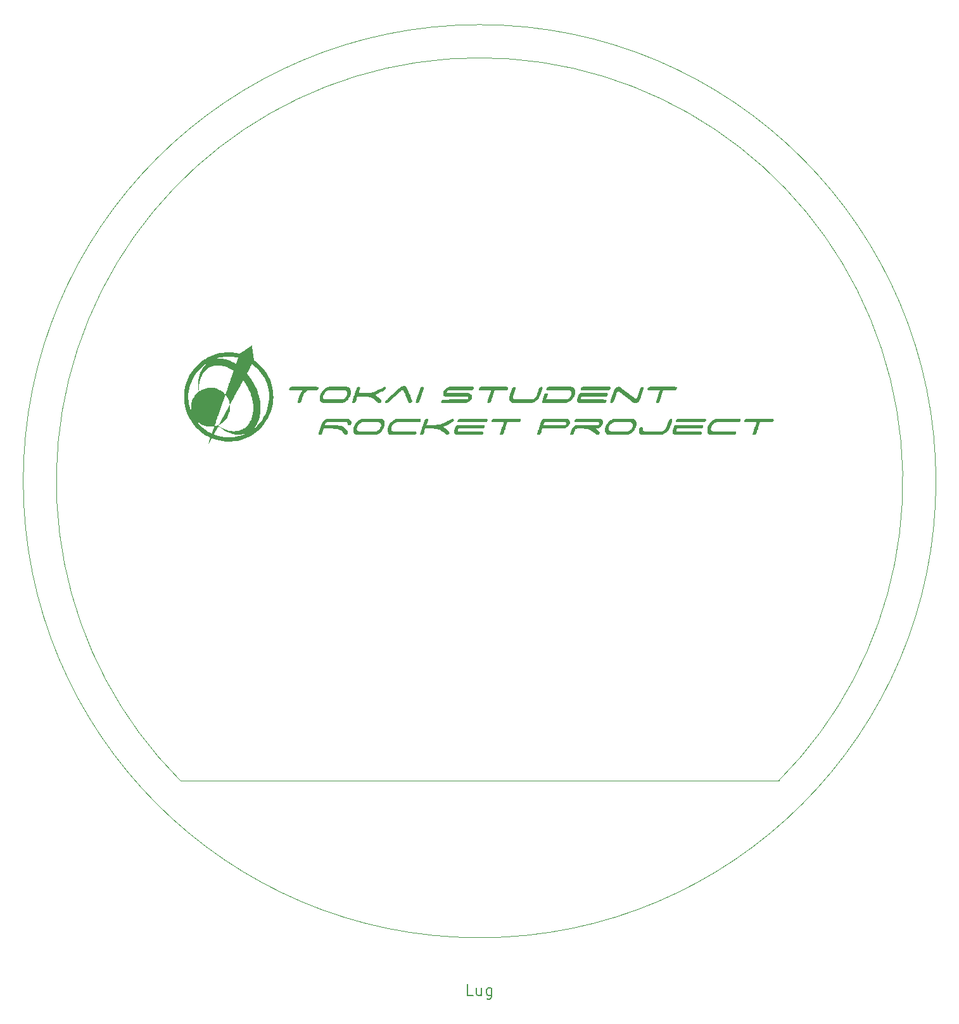
<source format=gbr>
%TF.GenerationSoftware,KiCad,Pcbnew,7.0.1-0*%
%TF.CreationDate,2023-05-25T16:35:58+09:00*%
%TF.ProjectId,AvionicsMountPlate,4176696f-6e69-4637-934d-6f756e74506c,rev?*%
%TF.SameCoordinates,Original*%
%TF.FileFunction,Legend,Top*%
%TF.FilePolarity,Positive*%
%FSLAX46Y46*%
G04 Gerber Fmt 4.6, Leading zero omitted, Abs format (unit mm)*
G04 Created by KiCad (PCBNEW 7.0.1-0) date 2023-05-25 16:35:58*
%MOMM*%
%LPD*%
G01*
G04 APERTURE LIST*
%ADD10C,0.100000*%
%ADD11C,0.150000*%
G04 APERTURE END LIST*
D10*
X210618059Y-87388059D02*
G75*
G03*
X210618059Y-87388059I-61000000J0D01*
G01*
X109618059Y-127388059D02*
X189618059Y-127388059D01*
X189618059Y-127388059D02*
G75*
G03*
X109618059Y-127388059I-40000000J40000000D01*
G01*
D11*
X148725201Y-156081987D02*
X148010915Y-156081987D01*
X148010915Y-156081987D02*
X148010915Y-154581987D01*
X149868059Y-155081987D02*
X149868059Y-156081987D01*
X149225201Y-155081987D02*
X149225201Y-155867701D01*
X149225201Y-155867701D02*
X149296630Y-156010559D01*
X149296630Y-156010559D02*
X149439487Y-156081987D01*
X149439487Y-156081987D02*
X149653773Y-156081987D01*
X149653773Y-156081987D02*
X149796630Y-156010559D01*
X149796630Y-156010559D02*
X149868059Y-155939130D01*
X151225202Y-155081987D02*
X151225202Y-156296273D01*
X151225202Y-156296273D02*
X151153773Y-156439130D01*
X151153773Y-156439130D02*
X151082344Y-156510559D01*
X151082344Y-156510559D02*
X150939487Y-156581987D01*
X150939487Y-156581987D02*
X150725202Y-156581987D01*
X150725202Y-156581987D02*
X150582344Y-156510559D01*
X151225202Y-156010559D02*
X151082344Y-156081987D01*
X151082344Y-156081987D02*
X150796630Y-156081987D01*
X150796630Y-156081987D02*
X150653773Y-156010559D01*
X150653773Y-156010559D02*
X150582344Y-155939130D01*
X150582344Y-155939130D02*
X150510916Y-155796273D01*
X150510916Y-155796273D02*
X150510916Y-155367701D01*
X150510916Y-155367701D02*
X150582344Y-155224844D01*
X150582344Y-155224844D02*
X150653773Y-155153416D01*
X150653773Y-155153416D02*
X150796630Y-155081987D01*
X150796630Y-155081987D02*
X151082344Y-155081987D01*
X151082344Y-155081987D02*
X151225202Y-155153416D01*
%TO.C,G\u002A\u002A\u002A*%
G36*
X142073504Y-74787436D02*
G01*
X142128295Y-74825087D01*
X142158357Y-74884115D01*
X142163157Y-74926826D01*
X142157620Y-74956518D01*
X142141612Y-75015967D01*
X142115941Y-75102608D01*
X142081418Y-75213879D01*
X142038851Y-75347216D01*
X141989048Y-75500055D01*
X141932820Y-75669833D01*
X141870974Y-75853986D01*
X141864918Y-75871891D01*
X141799063Y-76066141D01*
X141742971Y-76230611D01*
X141695618Y-76368008D01*
X141655979Y-76481042D01*
X141623029Y-76572418D01*
X141595744Y-76644846D01*
X141573099Y-76701032D01*
X141554068Y-76743684D01*
X141537628Y-76775511D01*
X141522754Y-76799219D01*
X141508421Y-76817516D01*
X141506021Y-76820220D01*
X141429048Y-76888340D01*
X141346484Y-76931364D01*
X141264216Y-76947590D01*
X141188136Y-76935317D01*
X141158394Y-76920609D01*
X141113497Y-76879833D01*
X141093183Y-76824416D01*
X141091807Y-76769635D01*
X141097895Y-76743481D01*
X141114027Y-76688725D01*
X141138944Y-76609078D01*
X141171386Y-76508250D01*
X141210096Y-76389953D01*
X141253815Y-76257897D01*
X141301286Y-76115792D01*
X141351248Y-75967351D01*
X141402445Y-75816282D01*
X141453617Y-75666297D01*
X141503506Y-75521106D01*
X141550854Y-75384421D01*
X141594403Y-75259951D01*
X141632893Y-75151408D01*
X141665067Y-75062503D01*
X141689666Y-74996945D01*
X141705432Y-74958446D01*
X141707488Y-74954175D01*
X141769105Y-74867863D01*
X141850431Y-74808240D01*
X141947505Y-74777764D01*
X141997296Y-74774209D01*
X142073504Y-74787436D01*
G37*
G36*
X149064873Y-79030374D02*
G01*
X149324150Y-79030427D01*
X149553076Y-79030560D01*
X149753588Y-79030806D01*
X149927628Y-79031202D01*
X150077136Y-79031781D01*
X150204050Y-79032580D01*
X150310310Y-79033634D01*
X150397858Y-79034977D01*
X150468631Y-79036645D01*
X150524571Y-79038673D01*
X150567616Y-79041096D01*
X150599707Y-79043950D01*
X150622783Y-79047269D01*
X150638784Y-79051088D01*
X150649651Y-79055443D01*
X150657322Y-79060369D01*
X150662296Y-79064595D01*
X150707282Y-79125417D01*
X150721092Y-79196296D01*
X150704040Y-79273863D01*
X150656443Y-79354752D01*
X150632541Y-79383318D01*
X150616899Y-79401587D01*
X150603543Y-79417871D01*
X150590527Y-79432286D01*
X150575904Y-79444943D01*
X150557728Y-79455956D01*
X150534050Y-79465439D01*
X150502925Y-79473505D01*
X150462405Y-79480268D01*
X150410543Y-79485841D01*
X150345392Y-79490337D01*
X150265006Y-79493871D01*
X150167436Y-79496555D01*
X150050738Y-79498503D01*
X149912962Y-79499828D01*
X149752163Y-79500644D01*
X149566394Y-79501064D01*
X149353707Y-79501202D01*
X149112155Y-79501170D01*
X148839793Y-79501084D01*
X148612054Y-79501051D01*
X146748554Y-79501051D01*
X146707377Y-79457220D01*
X146674378Y-79398152D01*
X146669803Y-79324395D01*
X146693710Y-79240426D01*
X146704240Y-79218174D01*
X146742936Y-79154691D01*
X146789829Y-79107703D01*
X146857047Y-79065261D01*
X146862398Y-79062381D01*
X146872925Y-79057330D01*
X146885824Y-79052840D01*
X146903056Y-79048877D01*
X146926581Y-79045409D01*
X146958361Y-79042402D01*
X147000355Y-79039824D01*
X147054525Y-79037642D01*
X147122830Y-79035822D01*
X147207233Y-79034333D01*
X147309692Y-79033142D01*
X147432169Y-79032214D01*
X147576624Y-79031519D01*
X147745018Y-79031022D01*
X147939312Y-79030691D01*
X148161466Y-79030493D01*
X148413440Y-79030395D01*
X148697196Y-79030365D01*
X148773304Y-79030364D01*
X149064873Y-79030374D01*
G37*
G36*
X165513256Y-74768514D02*
G01*
X165772533Y-74768568D01*
X166001458Y-74768700D01*
X166201971Y-74768946D01*
X166376011Y-74769342D01*
X166525518Y-74769922D01*
X166652432Y-74770721D01*
X166758693Y-74771774D01*
X166846240Y-74773117D01*
X166917014Y-74774785D01*
X166972953Y-74776813D01*
X167015999Y-74779237D01*
X167048090Y-74782090D01*
X167071166Y-74785409D01*
X167087167Y-74789228D01*
X167098034Y-74793584D01*
X167105705Y-74798510D01*
X167110679Y-74802736D01*
X167155664Y-74863557D01*
X167169474Y-74934436D01*
X167152423Y-75012003D01*
X167104825Y-75092893D01*
X167080924Y-75121458D01*
X167065281Y-75139727D01*
X167051926Y-75156012D01*
X167038910Y-75170426D01*
X167024287Y-75183083D01*
X167006111Y-75194096D01*
X166982433Y-75203579D01*
X166951308Y-75211645D01*
X166910787Y-75218408D01*
X166858925Y-75223981D01*
X166793775Y-75228478D01*
X166713388Y-75232011D01*
X166615819Y-75234695D01*
X166499120Y-75236643D01*
X166361345Y-75237968D01*
X166200546Y-75238784D01*
X166014777Y-75239204D01*
X165802090Y-75239342D01*
X165560538Y-75239311D01*
X165288175Y-75239224D01*
X165060437Y-75239191D01*
X163196937Y-75239191D01*
X163155760Y-75195360D01*
X163122761Y-75136292D01*
X163118186Y-75062535D01*
X163142093Y-74978566D01*
X163152623Y-74956315D01*
X163191319Y-74892832D01*
X163238212Y-74845843D01*
X163305430Y-74803401D01*
X163310781Y-74800521D01*
X163321308Y-74795470D01*
X163334206Y-74790980D01*
X163351438Y-74787018D01*
X163374964Y-74783549D01*
X163406743Y-74780542D01*
X163448738Y-74777964D01*
X163502907Y-74775782D01*
X163571213Y-74773963D01*
X163655615Y-74772473D01*
X163758075Y-74771282D01*
X163880552Y-74770354D01*
X164025007Y-74769659D01*
X164193401Y-74769162D01*
X164387695Y-74768831D01*
X164609849Y-74768633D01*
X164861823Y-74768535D01*
X165145579Y-74768505D01*
X165221686Y-74768504D01*
X165513256Y-74768514D01*
G37*
G36*
X178264603Y-79030374D02*
G01*
X178523881Y-79030427D01*
X178752806Y-79030560D01*
X178953319Y-79030806D01*
X179127359Y-79031202D01*
X179276866Y-79031781D01*
X179403780Y-79032580D01*
X179510041Y-79033634D01*
X179597588Y-79034977D01*
X179668362Y-79036645D01*
X179724301Y-79038673D01*
X179767346Y-79041096D01*
X179799437Y-79043950D01*
X179822514Y-79047269D01*
X179838515Y-79051088D01*
X179849381Y-79055443D01*
X179857052Y-79060369D01*
X179862027Y-79064595D01*
X179907012Y-79125417D01*
X179920822Y-79196296D01*
X179903771Y-79273863D01*
X179856173Y-79354752D01*
X179832272Y-79383318D01*
X179816629Y-79401587D01*
X179803273Y-79417871D01*
X179790258Y-79432286D01*
X179775635Y-79444943D01*
X179757458Y-79455956D01*
X179733781Y-79465439D01*
X179702655Y-79473505D01*
X179662135Y-79480268D01*
X179610273Y-79485841D01*
X179545122Y-79490337D01*
X179464736Y-79493871D01*
X179367167Y-79496555D01*
X179250468Y-79498503D01*
X179112693Y-79499828D01*
X178951894Y-79500644D01*
X178766124Y-79501064D01*
X178553437Y-79501202D01*
X178311886Y-79501170D01*
X178039523Y-79501084D01*
X177811784Y-79501051D01*
X175948285Y-79501051D01*
X175907107Y-79457220D01*
X175874109Y-79398152D01*
X175869534Y-79324395D01*
X175893440Y-79240426D01*
X175903970Y-79218174D01*
X175942667Y-79154691D01*
X175989559Y-79107703D01*
X176056777Y-79065261D01*
X176062129Y-79062381D01*
X176072655Y-79057330D01*
X176085554Y-79052840D01*
X176102786Y-79048877D01*
X176126311Y-79045409D01*
X176158091Y-79042402D01*
X176200085Y-79039824D01*
X176254255Y-79037642D01*
X176322561Y-79035822D01*
X176406963Y-79034333D01*
X176509422Y-79033142D01*
X176631899Y-79032214D01*
X176776355Y-79031519D01*
X176944749Y-79031022D01*
X177139043Y-79030691D01*
X177361196Y-79030493D01*
X177613171Y-79030395D01*
X177896926Y-79030365D01*
X177973034Y-79030364D01*
X178264603Y-79030374D01*
G37*
G36*
X152340339Y-74768439D02*
G01*
X152540228Y-74768665D01*
X152713622Y-74769187D01*
X152862455Y-74770108D01*
X152988661Y-74771533D01*
X153094175Y-74773564D01*
X153180931Y-74776305D01*
X153250862Y-74779860D01*
X153305904Y-74784332D01*
X153347989Y-74789824D01*
X153379054Y-74796440D01*
X153401030Y-74804284D01*
X153415854Y-74813459D01*
X153425458Y-74824068D01*
X153431777Y-74836215D01*
X153436745Y-74850003D01*
X153442297Y-74865537D01*
X153443775Y-74869166D01*
X153457321Y-74943566D01*
X153438353Y-75021410D01*
X153388054Y-75100119D01*
X153307607Y-75177119D01*
X153299336Y-75183564D01*
X153226853Y-75239191D01*
X152435016Y-75239191D01*
X151643179Y-75239191D01*
X151398188Y-75962338D01*
X151346358Y-76114693D01*
X151296917Y-76258817D01*
X151251137Y-76391087D01*
X151210291Y-76507880D01*
X151175652Y-76605572D01*
X151148491Y-76680540D01*
X151130082Y-76729162D01*
X151123180Y-76745391D01*
X151069052Y-76825090D01*
X150998660Y-76887611D01*
X150918875Y-76929740D01*
X150836569Y-76948263D01*
X150758615Y-76939969D01*
X150730930Y-76928797D01*
X150679743Y-76885189D01*
X150654157Y-76822779D01*
X150654598Y-76762507D01*
X150662160Y-76734093D01*
X150679659Y-76676906D01*
X150705915Y-76594550D01*
X150739750Y-76490628D01*
X150779983Y-76368744D01*
X150825434Y-76232501D01*
X150874925Y-76085504D01*
X150911682Y-75977133D01*
X150962697Y-75827045D01*
X151010151Y-75687170D01*
X151052940Y-75560788D01*
X151089957Y-75451176D01*
X151120096Y-75361613D01*
X151142252Y-75295377D01*
X151155319Y-75255747D01*
X151158490Y-75245428D01*
X151141941Y-75244149D01*
X151094559Y-75242958D01*
X151019744Y-75241883D01*
X150920894Y-75240951D01*
X150801410Y-75240189D01*
X150664690Y-75239624D01*
X150514134Y-75239284D01*
X150380671Y-75239191D01*
X149602852Y-75239191D01*
X149556774Y-75199556D01*
X149520437Y-75146913D01*
X149510524Y-75077834D01*
X149527298Y-74997961D01*
X149545440Y-74956393D01*
X149584146Y-74892876D01*
X149631022Y-74845880D01*
X149698202Y-74803447D01*
X149703638Y-74800521D01*
X149714309Y-74795402D01*
X149727370Y-74790858D01*
X149744813Y-74786857D01*
X149768629Y-74783363D01*
X149800808Y-74780342D01*
X149843341Y-74777759D01*
X149898219Y-74775581D01*
X149967431Y-74773774D01*
X150052970Y-74772302D01*
X150156825Y-74771131D01*
X150280987Y-74770228D01*
X150427447Y-74769559D01*
X150598195Y-74769087D01*
X150795223Y-74768780D01*
X151020520Y-74768604D01*
X151276078Y-74768523D01*
X151562362Y-74768504D01*
X151853341Y-74768462D01*
X152112022Y-74768406D01*
X152340339Y-74768439D01*
G37*
G36*
X154034814Y-79030299D02*
G01*
X154234703Y-79030525D01*
X154408096Y-79031047D01*
X154556929Y-79031968D01*
X154683136Y-79033393D01*
X154788650Y-79035424D01*
X154875405Y-79038165D01*
X154945337Y-79041720D01*
X155000378Y-79046192D01*
X155042464Y-79051684D01*
X155073528Y-79058300D01*
X155095505Y-79066144D01*
X155110328Y-79075319D01*
X155119932Y-79085928D01*
X155126251Y-79098075D01*
X155131220Y-79111863D01*
X155136772Y-79127397D01*
X155138250Y-79131026D01*
X155151796Y-79205426D01*
X155132827Y-79283269D01*
X155082528Y-79361979D01*
X155002082Y-79438979D01*
X154993810Y-79445424D01*
X154921327Y-79501051D01*
X154129490Y-79501051D01*
X153337653Y-79501051D01*
X153092663Y-80224198D01*
X153040832Y-80376553D01*
X152991391Y-80520677D01*
X152945611Y-80652947D01*
X152904766Y-80769740D01*
X152870126Y-80867432D01*
X152842966Y-80942400D01*
X152824556Y-80991022D01*
X152817654Y-81007250D01*
X152763527Y-81086950D01*
X152693134Y-81149470D01*
X152613349Y-81191599D01*
X152531043Y-81210123D01*
X152453090Y-81201828D01*
X152425404Y-81190657D01*
X152374217Y-81147049D01*
X152348631Y-81084639D01*
X152349072Y-81024366D01*
X152356634Y-80995953D01*
X152374133Y-80938766D01*
X152400390Y-80856410D01*
X152434224Y-80752488D01*
X152474457Y-80630604D01*
X152519909Y-80494361D01*
X152569400Y-80347363D01*
X152606156Y-80238992D01*
X152657171Y-80088905D01*
X152704626Y-79949030D01*
X152747414Y-79822648D01*
X152784431Y-79713036D01*
X152814571Y-79623472D01*
X152836726Y-79557237D01*
X152849793Y-79517606D01*
X152852964Y-79507288D01*
X152836415Y-79506009D01*
X152789033Y-79504818D01*
X152714218Y-79503743D01*
X152615369Y-79502811D01*
X152495884Y-79502049D01*
X152359164Y-79501484D01*
X152208608Y-79501144D01*
X152075145Y-79501051D01*
X151297326Y-79501051D01*
X151251248Y-79461416D01*
X151214911Y-79408773D01*
X151204998Y-79339694D01*
X151221772Y-79259821D01*
X151239914Y-79218253D01*
X151278620Y-79154736D01*
X151325496Y-79107740D01*
X151392676Y-79065307D01*
X151398113Y-79062381D01*
X151408783Y-79057261D01*
X151421844Y-79052718D01*
X151439288Y-79048717D01*
X151463104Y-79045223D01*
X151495283Y-79042201D01*
X151537816Y-79039619D01*
X151592693Y-79037441D01*
X151661906Y-79035633D01*
X151747444Y-79034162D01*
X151851299Y-79032991D01*
X151975461Y-79032088D01*
X152121921Y-79031418D01*
X152292670Y-79030947D01*
X152489697Y-79030640D01*
X152714994Y-79030464D01*
X152970552Y-79030383D01*
X153256836Y-79030364D01*
X153547815Y-79030322D01*
X153806496Y-79030266D01*
X154034814Y-79030299D01*
G37*
G36*
X174881984Y-74768439D02*
G01*
X175081872Y-74768665D01*
X175255266Y-74769187D01*
X175404099Y-74770108D01*
X175530305Y-74771533D01*
X175635819Y-74773564D01*
X175722575Y-74776305D01*
X175792506Y-74779860D01*
X175847548Y-74784332D01*
X175889634Y-74789824D01*
X175920698Y-74796440D01*
X175942674Y-74804284D01*
X175957498Y-74813459D01*
X175967102Y-74824068D01*
X175973421Y-74836215D01*
X175978390Y-74850003D01*
X175983941Y-74865537D01*
X175985419Y-74869166D01*
X175998966Y-74943566D01*
X175979997Y-75021410D01*
X175929698Y-75100119D01*
X175849252Y-75177119D01*
X175840980Y-75183564D01*
X175768497Y-75239191D01*
X174976660Y-75239191D01*
X174184823Y-75239191D01*
X173939833Y-75962338D01*
X173888002Y-76114693D01*
X173838561Y-76258817D01*
X173792781Y-76391087D01*
X173751935Y-76507880D01*
X173717296Y-76605572D01*
X173690136Y-76680540D01*
X173671726Y-76729162D01*
X173664824Y-76745391D01*
X173610697Y-76825090D01*
X173540304Y-76887611D01*
X173460519Y-76929740D01*
X173378213Y-76948263D01*
X173300260Y-76939969D01*
X173272574Y-76928797D01*
X173221387Y-76885189D01*
X173195801Y-76822779D01*
X173196242Y-76762507D01*
X173203804Y-76734093D01*
X173221303Y-76676906D01*
X173247559Y-76594550D01*
X173281394Y-76490628D01*
X173321627Y-76368744D01*
X173367078Y-76232501D01*
X173416569Y-76085504D01*
X173453326Y-75977133D01*
X173504341Y-75827045D01*
X173551795Y-75687170D01*
X173594584Y-75560788D01*
X173631601Y-75451176D01*
X173661740Y-75361613D01*
X173683896Y-75295377D01*
X173696963Y-75255747D01*
X173700134Y-75245428D01*
X173683585Y-75244149D01*
X173636203Y-75242958D01*
X173561388Y-75241883D01*
X173462538Y-75240951D01*
X173343054Y-75240189D01*
X173206334Y-75239624D01*
X173055778Y-75239284D01*
X172922315Y-75239191D01*
X172144496Y-75239191D01*
X172098418Y-75199556D01*
X172062081Y-75146913D01*
X172052168Y-75077834D01*
X172068942Y-74997961D01*
X172087084Y-74956393D01*
X172125790Y-74892876D01*
X172172666Y-74845880D01*
X172239846Y-74803447D01*
X172245282Y-74800521D01*
X172255953Y-74795402D01*
X172269014Y-74790858D01*
X172286458Y-74786857D01*
X172310274Y-74783363D01*
X172342453Y-74780342D01*
X172384986Y-74777759D01*
X172439863Y-74775581D01*
X172509076Y-74773774D01*
X172594614Y-74772302D01*
X172698469Y-74771131D01*
X172822631Y-74770228D01*
X172969091Y-74769559D01*
X173139839Y-74769087D01*
X173336867Y-74768780D01*
X173562164Y-74768604D01*
X173817722Y-74768523D01*
X174104006Y-74768504D01*
X174394985Y-74768462D01*
X174653666Y-74768406D01*
X174881984Y-74768439D01*
G37*
G36*
X187821606Y-79030299D02*
G01*
X188021495Y-79030525D01*
X188194889Y-79031047D01*
X188343722Y-79031968D01*
X188469928Y-79033393D01*
X188575442Y-79035424D01*
X188662198Y-79038165D01*
X188732129Y-79041720D01*
X188787171Y-79046192D01*
X188829256Y-79051684D01*
X188860320Y-79058300D01*
X188882297Y-79066144D01*
X188897120Y-79075319D01*
X188906725Y-79085928D01*
X188913044Y-79098075D01*
X188918012Y-79111863D01*
X188923564Y-79127397D01*
X188925042Y-79131026D01*
X188938588Y-79205426D01*
X188919620Y-79283269D01*
X188869320Y-79361979D01*
X188788874Y-79438979D01*
X188780603Y-79445424D01*
X188708120Y-79501051D01*
X187916283Y-79501051D01*
X187124446Y-79501051D01*
X186879455Y-80224198D01*
X186827625Y-80376553D01*
X186778184Y-80520677D01*
X186732404Y-80652947D01*
X186691558Y-80769740D01*
X186656919Y-80867432D01*
X186629758Y-80942400D01*
X186611349Y-80991022D01*
X186604446Y-81007250D01*
X186550319Y-81086950D01*
X186479927Y-81149470D01*
X186400141Y-81191599D01*
X186317836Y-81210123D01*
X186239882Y-81201828D01*
X186212197Y-81190657D01*
X186161010Y-81147049D01*
X186135423Y-81084639D01*
X186135865Y-81024366D01*
X186143426Y-80995953D01*
X186160925Y-80938766D01*
X186187182Y-80856410D01*
X186221017Y-80752488D01*
X186261249Y-80630604D01*
X186306701Y-80494361D01*
X186356192Y-80347363D01*
X186392949Y-80238992D01*
X186443963Y-80088905D01*
X186491418Y-79949030D01*
X186534207Y-79822648D01*
X186571224Y-79713036D01*
X186601363Y-79623472D01*
X186623519Y-79557237D01*
X186636585Y-79517606D01*
X186639757Y-79507288D01*
X186623208Y-79506009D01*
X186575826Y-79504818D01*
X186501010Y-79503743D01*
X186402161Y-79502811D01*
X186282677Y-79502049D01*
X186145957Y-79501484D01*
X185995400Y-79501144D01*
X185861938Y-79501051D01*
X185084119Y-79501051D01*
X185038040Y-79461416D01*
X185001704Y-79408773D01*
X184991791Y-79339694D01*
X185008564Y-79259821D01*
X185026707Y-79218253D01*
X185065413Y-79154736D01*
X185112288Y-79107740D01*
X185179469Y-79065307D01*
X185184905Y-79062381D01*
X185195575Y-79057261D01*
X185208637Y-79052718D01*
X185226080Y-79048717D01*
X185249896Y-79045223D01*
X185282075Y-79042201D01*
X185324608Y-79039619D01*
X185379486Y-79037441D01*
X185448698Y-79035633D01*
X185534237Y-79034162D01*
X185638092Y-79032991D01*
X185762254Y-79032088D01*
X185908714Y-79031418D01*
X186079462Y-79030947D01*
X186276489Y-79030640D01*
X186501787Y-79030464D01*
X186757344Y-79030383D01*
X187043629Y-79030364D01*
X187334607Y-79030322D01*
X187593289Y-79030266D01*
X187821606Y-79030299D01*
G37*
G36*
X139641197Y-74687197D02*
G01*
X139746358Y-74727778D01*
X139834458Y-74794200D01*
X139856975Y-74819173D01*
X139875791Y-74850080D01*
X139905138Y-74908697D01*
X139943534Y-74991387D01*
X139989496Y-75094516D01*
X140041543Y-75214447D01*
X140098194Y-75347546D01*
X140157965Y-75490176D01*
X140219374Y-75638702D01*
X140280941Y-75789488D01*
X140341183Y-75938899D01*
X140398617Y-76083299D01*
X140451762Y-76219053D01*
X140499136Y-76342524D01*
X140539258Y-76450078D01*
X140570644Y-76538078D01*
X140591813Y-76602890D01*
X140601283Y-76640877D01*
X140601644Y-76645995D01*
X140584273Y-76733388D01*
X140536011Y-76813078D01*
X140487883Y-76861889D01*
X140414732Y-76911512D01*
X140336692Y-76940112D01*
X140261004Y-76947172D01*
X140194909Y-76932174D01*
X140145650Y-76894602D01*
X140139998Y-76886741D01*
X140127700Y-76862176D01*
X140103906Y-76809168D01*
X140069999Y-76730988D01*
X140027363Y-76630908D01*
X139977384Y-76512201D01*
X139921446Y-76378137D01*
X139860932Y-76231990D01*
X139797228Y-76077031D01*
X139791826Y-76063839D01*
X139727443Y-75907684D01*
X139665543Y-75759650D01*
X139607586Y-75623082D01*
X139555030Y-75501325D01*
X139509335Y-75397725D01*
X139471962Y-75315627D01*
X139444368Y-75258376D01*
X139428014Y-75229317D01*
X139427383Y-75228495D01*
X139385201Y-75186861D01*
X139341963Y-75171313D01*
X139329546Y-75170728D01*
X139312150Y-75170673D01*
X139296013Y-75171480D01*
X139279398Y-75174605D01*
X139260564Y-75181505D01*
X139237773Y-75193635D01*
X139209287Y-75212453D01*
X139173366Y-75239415D01*
X139128272Y-75275976D01*
X139072265Y-75323594D01*
X139003608Y-75383725D01*
X138920560Y-75457825D01*
X138821384Y-75547351D01*
X138704340Y-75653759D01*
X138567689Y-75778505D01*
X138409693Y-75923046D01*
X138228613Y-76088838D01*
X138177528Y-76135613D01*
X138007853Y-76290458D01*
X137852446Y-76431259D01*
X137712726Y-76556770D01*
X137590110Y-76665742D01*
X137486015Y-76756930D01*
X137401860Y-76829087D01*
X137339062Y-76880966D01*
X137299038Y-76911322D01*
X137287474Y-76918289D01*
X137197003Y-76946226D01*
X137117649Y-76942361D01*
X137067693Y-76920609D01*
X137020919Y-76872880D01*
X137000054Y-76806541D01*
X137005949Y-76726306D01*
X137022941Y-76672818D01*
X137037738Y-76655197D01*
X137075408Y-76616588D01*
X137133627Y-76559169D01*
X137210067Y-76485123D01*
X137302403Y-76396629D01*
X137408310Y-76295867D01*
X137525461Y-76185018D01*
X137651531Y-76066262D01*
X137784193Y-75941780D01*
X137921123Y-75813751D01*
X138059995Y-75684357D01*
X138198481Y-75555776D01*
X138334257Y-75430191D01*
X138464998Y-75309780D01*
X138588376Y-75196724D01*
X138702066Y-75093204D01*
X138803743Y-75001400D01*
X138851492Y-74958663D01*
X138984189Y-74854586D01*
X139121206Y-74773383D01*
X139258978Y-74715548D01*
X139393943Y-74681576D01*
X139522537Y-74671961D01*
X139641197Y-74687197D01*
G37*
G36*
X150278500Y-79934182D02*
G01*
X150311869Y-79996957D01*
X150317499Y-80069227D01*
X150298046Y-80144733D01*
X150256163Y-80217220D01*
X150194504Y-80280429D01*
X150115725Y-80328103D01*
X150110457Y-80330355D01*
X150096640Y-80334841D01*
X150076607Y-80338799D01*
X150048307Y-80342261D01*
X150009694Y-80345261D01*
X149958717Y-80347829D01*
X149893329Y-80349999D01*
X149811481Y-80351801D01*
X149711124Y-80353268D01*
X149590209Y-80354431D01*
X149446688Y-80355324D01*
X149278513Y-80355978D01*
X149083633Y-80356424D01*
X148860002Y-80356696D01*
X148605570Y-80356824D01*
X148415465Y-80356846D01*
X146783875Y-80356846D01*
X146736669Y-80501798D01*
X146711816Y-80587452D01*
X146702681Y-80647783D01*
X146709632Y-80688062D01*
X146733036Y-80713563D01*
X146752069Y-80722824D01*
X146772822Y-80724347D01*
X146825391Y-80725805D01*
X146907360Y-80727181D01*
X147016315Y-80728462D01*
X147149840Y-80729630D01*
X147305519Y-80730671D01*
X147480937Y-80731569D01*
X147673678Y-80732307D01*
X147881327Y-80732872D01*
X148101469Y-80733246D01*
X148331687Y-80733414D01*
X148391393Y-80733423D01*
X148663524Y-80733459D01*
X148903525Y-80733583D01*
X149113496Y-80733833D01*
X149295539Y-80734247D01*
X149451753Y-80734862D01*
X149584241Y-80735715D01*
X149695103Y-80736845D01*
X149786440Y-80738289D01*
X149860352Y-80740085D01*
X149918942Y-80742271D01*
X149964310Y-80744883D01*
X149998557Y-80747960D01*
X150023784Y-80751540D01*
X150042092Y-80755660D01*
X150055582Y-80760358D01*
X150062053Y-80763375D01*
X150107932Y-80797293D01*
X150135459Y-80838085D01*
X150135798Y-80839098D01*
X150141585Y-80908359D01*
X150120895Y-80984370D01*
X150078269Y-81059409D01*
X150018252Y-81125752D01*
X149945387Y-81175676D01*
X149934850Y-81180720D01*
X149922082Y-81185890D01*
X149906533Y-81190456D01*
X149886122Y-81194457D01*
X149858769Y-81197930D01*
X149822394Y-81200912D01*
X149774915Y-81203441D01*
X149714254Y-81205556D01*
X149638330Y-81207292D01*
X149545061Y-81208688D01*
X149432369Y-81209782D01*
X149298172Y-81210611D01*
X149140390Y-81211212D01*
X148956943Y-81211623D01*
X148745750Y-81211882D01*
X148504732Y-81212026D01*
X148231807Y-81212094D01*
X148197439Y-81212098D01*
X146528638Y-81212307D01*
X146442934Y-81172397D01*
X146342810Y-81110008D01*
X146270341Y-81028435D01*
X146224874Y-80926565D01*
X146205754Y-80803285D01*
X146205018Y-80767628D01*
X146207451Y-80717607D01*
X146215424Y-80663138D01*
X146230472Y-80597900D01*
X146254130Y-80515573D01*
X146287932Y-80409839D01*
X146302687Y-80365404D01*
X146336299Y-80267329D01*
X146368751Y-80177080D01*
X146397592Y-80101153D01*
X146420366Y-80046048D01*
X146432678Y-80021144D01*
X146468340Y-79981390D01*
X146521254Y-79942109D01*
X146548361Y-79927006D01*
X146631334Y-79886159D01*
X148434262Y-79886159D01*
X150237190Y-79886159D01*
X150278500Y-79934182D01*
G37*
G36*
X166726883Y-75672322D02*
G01*
X166760251Y-75735097D01*
X166765882Y-75807367D01*
X166746429Y-75882874D01*
X166704546Y-75955360D01*
X166642887Y-76018569D01*
X166564108Y-76066243D01*
X166558840Y-76068496D01*
X166545023Y-76072981D01*
X166524989Y-76076939D01*
X166496690Y-76080402D01*
X166458076Y-76083401D01*
X166407100Y-76085970D01*
X166341712Y-76088139D01*
X166259863Y-76089941D01*
X166159506Y-76091408D01*
X166038592Y-76092572D01*
X165895071Y-76093464D01*
X165726895Y-76094118D01*
X165532016Y-76094564D01*
X165308385Y-76094836D01*
X165053953Y-76094964D01*
X164863848Y-76094986D01*
X163232257Y-76094986D01*
X163185052Y-76239938D01*
X163160198Y-76325592D01*
X163151063Y-76385923D01*
X163158015Y-76426202D01*
X163181419Y-76451703D01*
X163200452Y-76460965D01*
X163221205Y-76462487D01*
X163273773Y-76463945D01*
X163355743Y-76465321D01*
X163464698Y-76466602D01*
X163598223Y-76467770D01*
X163753902Y-76468811D01*
X163929320Y-76469709D01*
X164122061Y-76470447D01*
X164329710Y-76471012D01*
X164549851Y-76471386D01*
X164780070Y-76471555D01*
X164839775Y-76471563D01*
X165111907Y-76471599D01*
X165351908Y-76471723D01*
X165561879Y-76471974D01*
X165743922Y-76472387D01*
X165900136Y-76473002D01*
X166032624Y-76473856D01*
X166143485Y-76474985D01*
X166234822Y-76476430D01*
X166308735Y-76478226D01*
X166367325Y-76480411D01*
X166412693Y-76483023D01*
X166446940Y-76486101D01*
X166472167Y-76489680D01*
X166490475Y-76493800D01*
X166503965Y-76498498D01*
X166510436Y-76501516D01*
X166556315Y-76535433D01*
X166583842Y-76576225D01*
X166584181Y-76577238D01*
X166589968Y-76646499D01*
X166569277Y-76722510D01*
X166526652Y-76797549D01*
X166466635Y-76863893D01*
X166393770Y-76913816D01*
X166383232Y-76918861D01*
X166370465Y-76924030D01*
X166354915Y-76928596D01*
X166334505Y-76932597D01*
X166307152Y-76936070D01*
X166270776Y-76939052D01*
X166223298Y-76941582D01*
X166162637Y-76943696D01*
X166086712Y-76945432D01*
X165993444Y-76946828D01*
X165880752Y-76947922D01*
X165746554Y-76948751D01*
X165588773Y-76949352D01*
X165405326Y-76949763D01*
X165194133Y-76950022D01*
X164953115Y-76950167D01*
X164680190Y-76950234D01*
X164645822Y-76950238D01*
X162977021Y-76950447D01*
X162891317Y-76910537D01*
X162791193Y-76848149D01*
X162718724Y-76766575D01*
X162673256Y-76664705D01*
X162654137Y-76541425D01*
X162653401Y-76505768D01*
X162655834Y-76455747D01*
X162663807Y-76401278D01*
X162678855Y-76336040D01*
X162702513Y-76253713D01*
X162736315Y-76147979D01*
X162751069Y-76103544D01*
X162784681Y-76005470D01*
X162817134Y-75915220D01*
X162845975Y-75839293D01*
X162868749Y-75784188D01*
X162881060Y-75759284D01*
X162916723Y-75719530D01*
X162969636Y-75680249D01*
X162996743Y-75665146D01*
X163079716Y-75624299D01*
X164882644Y-75624299D01*
X166685573Y-75624299D01*
X166726883Y-75672322D01*
G37*
G36*
X179478231Y-79934182D02*
G01*
X179511599Y-79996957D01*
X179517230Y-80069227D01*
X179497776Y-80144733D01*
X179455893Y-80217220D01*
X179394235Y-80280429D01*
X179315455Y-80328103D01*
X179310188Y-80330355D01*
X179296371Y-80334841D01*
X179276337Y-80338799D01*
X179248038Y-80342261D01*
X179209424Y-80345261D01*
X179158447Y-80347829D01*
X179093059Y-80349999D01*
X179011211Y-80351801D01*
X178910854Y-80353268D01*
X178789939Y-80354431D01*
X178646419Y-80355324D01*
X178478243Y-80355978D01*
X178283364Y-80356424D01*
X178059733Y-80356696D01*
X177805301Y-80356824D01*
X177615196Y-80356846D01*
X175983605Y-80356846D01*
X175936400Y-80501798D01*
X175911546Y-80587452D01*
X175902411Y-80647783D01*
X175909362Y-80688062D01*
X175932767Y-80713563D01*
X175951800Y-80722824D01*
X175972552Y-80724347D01*
X176025121Y-80725805D01*
X176107091Y-80727181D01*
X176216046Y-80728462D01*
X176349570Y-80729630D01*
X176505250Y-80730671D01*
X176680667Y-80731569D01*
X176873409Y-80732307D01*
X177081058Y-80732872D01*
X177301199Y-80733246D01*
X177531418Y-80733414D01*
X177591123Y-80733423D01*
X177863255Y-80733459D01*
X178103256Y-80733583D01*
X178313227Y-80733833D01*
X178495269Y-80734247D01*
X178651484Y-80734862D01*
X178783971Y-80735715D01*
X178894833Y-80736845D01*
X178986170Y-80738289D01*
X179060083Y-80740085D01*
X179118673Y-80742271D01*
X179164041Y-80744883D01*
X179198288Y-80747960D01*
X179223515Y-80751540D01*
X179241823Y-80755660D01*
X179255313Y-80760358D01*
X179261783Y-80763375D01*
X179307662Y-80797293D01*
X179335189Y-80838085D01*
X179335528Y-80839098D01*
X179341316Y-80908359D01*
X179320625Y-80984370D01*
X179278000Y-81059409D01*
X179217983Y-81125752D01*
X179145117Y-81175676D01*
X179134580Y-81180720D01*
X179121812Y-81185890D01*
X179106263Y-81190456D01*
X179085852Y-81194457D01*
X179058499Y-81197930D01*
X179022124Y-81200912D01*
X178974646Y-81203441D01*
X178913985Y-81205556D01*
X178838060Y-81207292D01*
X178744792Y-81208688D01*
X178632099Y-81209782D01*
X178497902Y-81210611D01*
X178340120Y-81211212D01*
X178156673Y-81211623D01*
X177945481Y-81211882D01*
X177704462Y-81212026D01*
X177431538Y-81212094D01*
X177397169Y-81212098D01*
X175728369Y-81212307D01*
X175642665Y-81172397D01*
X175542540Y-81110008D01*
X175470071Y-81028435D01*
X175424604Y-80926565D01*
X175405485Y-80803285D01*
X175404749Y-80767628D01*
X175407181Y-80717607D01*
X175415154Y-80663138D01*
X175430203Y-80597900D01*
X175453860Y-80515573D01*
X175487662Y-80409839D01*
X175502417Y-80365404D01*
X175536029Y-80267329D01*
X175568482Y-80177080D01*
X175597322Y-80101153D01*
X175620097Y-80046048D01*
X175632408Y-80021144D01*
X175668071Y-79981390D01*
X175720984Y-79942109D01*
X175748091Y-79927006D01*
X175831064Y-79886159D01*
X177633992Y-79886159D01*
X179436920Y-79886159D01*
X179478231Y-79934182D01*
G37*
G36*
X157729382Y-79782966D02*
G01*
X157776730Y-79646280D01*
X157820279Y-79521811D01*
X157858769Y-79413268D01*
X157890943Y-79324363D01*
X157915542Y-79258805D01*
X157931308Y-79220306D01*
X157933364Y-79216035D01*
X157971805Y-79153462D01*
X158019192Y-79106669D01*
X158087481Y-79063963D01*
X158090431Y-79062381D01*
X158102053Y-79056838D01*
X158116321Y-79051960D01*
X158135410Y-79047696D01*
X158161497Y-79043995D01*
X158196755Y-79040807D01*
X158243360Y-79038080D01*
X158303488Y-79035766D01*
X158379314Y-79033811D01*
X158473012Y-79032168D01*
X158586759Y-79030783D01*
X158722729Y-79029607D01*
X158883097Y-79028590D01*
X159070040Y-79027680D01*
X159285732Y-79026827D01*
X159532348Y-79025980D01*
X159673652Y-79025525D01*
X159934354Y-79024888D01*
X160178321Y-79024674D01*
X160403647Y-79024868D01*
X160608428Y-79025458D01*
X160790756Y-79026430D01*
X160948728Y-79027771D01*
X161080438Y-79029466D01*
X161183980Y-79031503D01*
X161257450Y-79033867D01*
X161298941Y-79036546D01*
X161302904Y-79037067D01*
X161432482Y-79069772D01*
X161537201Y-79124788D01*
X161619452Y-79203708D01*
X161668246Y-79280340D01*
X161704548Y-79386685D01*
X161712239Y-79503627D01*
X161693582Y-79626980D01*
X161650843Y-79752560D01*
X161586285Y-79876181D01*
X161502172Y-79993659D01*
X161400770Y-80100808D01*
X161284342Y-80193443D01*
X161155152Y-80267378D01*
X161127545Y-80279740D01*
X161096280Y-80293114D01*
X161067590Y-80304836D01*
X161039110Y-80315017D01*
X161008478Y-80323765D01*
X160973331Y-80331190D01*
X160931305Y-80337399D01*
X160880040Y-80342503D01*
X160817170Y-80346609D01*
X160740334Y-80349828D01*
X160647168Y-80352267D01*
X160535310Y-80354036D01*
X160402396Y-80355245D01*
X160246065Y-80356001D01*
X160063952Y-80356413D01*
X159853696Y-80356592D01*
X159612932Y-80356645D01*
X159459366Y-80356661D01*
X158012734Y-80356846D01*
X157904132Y-80684174D01*
X157864454Y-80801900D01*
X157832391Y-80891932D01*
X157805744Y-80959371D01*
X157782315Y-81009319D01*
X157759904Y-81046876D01*
X157736313Y-81077144D01*
X157733310Y-81080515D01*
X157655717Y-81149450D01*
X157572906Y-81193005D01*
X157490560Y-81209520D01*
X157414362Y-81197336D01*
X157384270Y-81182469D01*
X157339373Y-81141692D01*
X157319059Y-81086276D01*
X157317683Y-81031495D01*
X157323771Y-81005340D01*
X157339903Y-80950584D01*
X157364820Y-80870937D01*
X157397262Y-80770110D01*
X157435972Y-80651813D01*
X157479691Y-80519757D01*
X157527162Y-80377652D01*
X157577124Y-80229210D01*
X157628321Y-80078141D01*
X157679493Y-79928156D01*
X157696864Y-79877601D01*
X158179028Y-79877601D01*
X159604166Y-79877601D01*
X161029304Y-79877601D01*
X161087054Y-79838683D01*
X161142385Y-79791301D01*
X161188023Y-79733951D01*
X161216639Y-79677105D01*
X161222641Y-79644959D01*
X161211756Y-79605784D01*
X161185166Y-79562251D01*
X161181338Y-79557632D01*
X161140035Y-79509609D01*
X159721858Y-79504950D01*
X158303681Y-79500291D01*
X158241355Y-79688946D01*
X158179028Y-79877601D01*
X157696864Y-79877601D01*
X157729382Y-79782966D01*
G37*
G36*
X126974571Y-74768439D02*
G01*
X127174460Y-74768665D01*
X127347854Y-74769187D01*
X127496687Y-74770108D01*
X127622893Y-74771533D01*
X127728407Y-74773564D01*
X127815163Y-74776305D01*
X127885094Y-74779860D01*
X127940136Y-74784332D01*
X127982221Y-74789824D01*
X128013285Y-74796440D01*
X128035262Y-74804284D01*
X128050085Y-74813459D01*
X128059690Y-74824068D01*
X128066009Y-74836215D01*
X128070977Y-74850003D01*
X128076529Y-74865537D01*
X128078007Y-74869166D01*
X128091411Y-74943386D01*
X128072295Y-75021523D01*
X128021762Y-75101062D01*
X127942394Y-75178295D01*
X127877772Y-75230633D01*
X127284539Y-75239811D01*
X127124669Y-75242405D01*
X126995076Y-75244905D01*
X126891809Y-75247571D01*
X126810914Y-75250664D01*
X126748441Y-75254445D01*
X126700437Y-75259173D01*
X126662950Y-75265109D01*
X126632027Y-75272513D01*
X126603715Y-75281647D01*
X126593596Y-75285336D01*
X126488040Y-75337253D01*
X126380710Y-75412150D01*
X126282883Y-75501362D01*
X126225972Y-75567850D01*
X126193397Y-75613899D01*
X126162548Y-75664627D01*
X126131755Y-75723990D01*
X126099345Y-75795945D01*
X126063648Y-75884446D01*
X126022992Y-75993450D01*
X125975706Y-76126911D01*
X125920118Y-76288787D01*
X125914991Y-76303884D01*
X125875886Y-76418087D01*
X125839057Y-76523757D01*
X125806317Y-76615836D01*
X125779480Y-76689267D01*
X125760359Y-76738995D01*
X125752299Y-76757455D01*
X125698514Y-76832508D01*
X125627795Y-76891459D01*
X125547625Y-76930994D01*
X125465487Y-76947803D01*
X125388863Y-76938574D01*
X125365162Y-76928797D01*
X125313953Y-76885188D01*
X125288407Y-76822813D01*
X125288925Y-76762507D01*
X125299887Y-76717303D01*
X125321092Y-76645486D01*
X125350648Y-76552449D01*
X125386663Y-76443589D01*
X125427245Y-76324300D01*
X125470503Y-76199976D01*
X125514545Y-76076014D01*
X125557480Y-75957808D01*
X125597416Y-75850754D01*
X125632461Y-75760245D01*
X125660723Y-75691678D01*
X125676010Y-75658531D01*
X125720298Y-75576717D01*
X125770715Y-75492622D01*
X125822267Y-75413761D01*
X125869961Y-75347654D01*
X125908806Y-75301816D01*
X125919544Y-75291823D01*
X125941901Y-75266790D01*
X125946765Y-75254211D01*
X125930157Y-75251203D01*
X125882365Y-75248411D01*
X125806436Y-75245890D01*
X125705417Y-75243692D01*
X125582355Y-75241871D01*
X125440298Y-75240479D01*
X125282293Y-75239570D01*
X125111386Y-75239198D01*
X125085395Y-75239191D01*
X124224026Y-75239191D01*
X124182849Y-75195360D01*
X124149850Y-75136292D01*
X124145275Y-75062535D01*
X124169182Y-74978566D01*
X124179712Y-74956315D01*
X124218408Y-74892832D01*
X124265301Y-74845843D01*
X124332518Y-74803401D01*
X124337870Y-74800521D01*
X124348540Y-74795402D01*
X124361602Y-74790858D01*
X124379045Y-74786857D01*
X124402861Y-74783363D01*
X124435040Y-74780342D01*
X124477573Y-74777759D01*
X124532451Y-74775581D01*
X124601663Y-74773774D01*
X124687202Y-74772302D01*
X124791057Y-74771131D01*
X124915219Y-74770228D01*
X125061679Y-74769559D01*
X125232427Y-74769087D01*
X125429454Y-74768780D01*
X125654752Y-74768604D01*
X125910309Y-74768523D01*
X126196594Y-74768504D01*
X126487572Y-74768462D01*
X126746253Y-74768406D01*
X126974571Y-74768439D01*
G37*
G36*
X175276687Y-79040409D02*
G01*
X175314057Y-79057253D01*
X175338639Y-79081240D01*
X175357210Y-79104264D01*
X175370651Y-79127162D01*
X175378283Y-79153603D01*
X175379429Y-79187256D01*
X175373411Y-79231791D01*
X175359551Y-79290876D01*
X175337171Y-79368181D01*
X175305595Y-79467376D01*
X175264144Y-79592128D01*
X175220266Y-79722107D01*
X175157980Y-79903369D01*
X175102981Y-80056140D01*
X175053021Y-80184806D01*
X175005849Y-80293752D01*
X174959219Y-80387364D01*
X174910881Y-80470028D01*
X174858586Y-80546130D01*
X174800086Y-80620055D01*
X174733133Y-80696189D01*
X174705509Y-80726073D01*
X174532964Y-80890659D01*
X174351218Y-81023871D01*
X174156823Y-81128081D01*
X174067003Y-81165125D01*
X174047571Y-81172326D01*
X174028393Y-81178573D01*
X174006997Y-81183940D01*
X173980910Y-81188504D01*
X173947660Y-81192340D01*
X173904775Y-81195525D01*
X173849783Y-81198133D01*
X173780212Y-81200241D01*
X173693589Y-81201925D01*
X173587443Y-81203260D01*
X173459301Y-81204322D01*
X173306691Y-81205187D01*
X173127142Y-81205930D01*
X172918180Y-81206628D01*
X172690296Y-81207317D01*
X172444771Y-81207965D01*
X172231121Y-81208320D01*
X172046991Y-81208346D01*
X171890026Y-81208005D01*
X171757871Y-81207261D01*
X171648170Y-81206075D01*
X171558567Y-81204413D01*
X171486709Y-81202235D01*
X171430238Y-81199506D01*
X171386800Y-81196188D01*
X171354040Y-81192244D01*
X171329602Y-81187638D01*
X171322416Y-81185818D01*
X171215954Y-81147408D01*
X171128729Y-81092326D01*
X171056184Y-81022618D01*
X170982135Y-80918151D01*
X170935294Y-80797240D01*
X170915061Y-80671631D01*
X170916097Y-80534665D01*
X170940084Y-80413462D01*
X170985020Y-80311040D01*
X171048904Y-80230418D01*
X171129735Y-80174612D01*
X171225513Y-80146643D01*
X171264888Y-80143946D01*
X171325630Y-80146930D01*
X171365910Y-80160251D01*
X171393258Y-80181977D01*
X171412485Y-80204550D01*
X171423663Y-80230514D01*
X171428459Y-80268776D01*
X171428541Y-80328241D01*
X171427470Y-80364690D01*
X171426497Y-80442437D01*
X171430745Y-80496036D01*
X171441614Y-80535359D01*
X171455528Y-80562367D01*
X171516248Y-80631626D01*
X171600965Y-80684962D01*
X171699554Y-80716656D01*
X171736874Y-80720391D01*
X171804497Y-80723659D01*
X171898717Y-80726464D01*
X172015828Y-80728810D01*
X172152126Y-80730702D01*
X172303904Y-80732143D01*
X172467456Y-80733138D01*
X172639078Y-80733689D01*
X172815062Y-80733803D01*
X172991704Y-80733482D01*
X173165297Y-80732731D01*
X173332136Y-80731553D01*
X173488516Y-80729954D01*
X173630730Y-80727936D01*
X173755072Y-80725504D01*
X173857838Y-80722662D01*
X173935321Y-80719415D01*
X173983816Y-80715765D01*
X173994541Y-80714136D01*
X174069807Y-80691925D01*
X174153623Y-80657642D01*
X174233159Y-80617317D01*
X174295588Y-80576978D01*
X174307749Y-80566953D01*
X174357171Y-80517058D01*
X174414006Y-80450742D01*
X174469656Y-80378936D01*
X174515524Y-80312570D01*
X174537195Y-80275228D01*
X174552292Y-80240128D01*
X174576500Y-80177524D01*
X174608019Y-80092358D01*
X174645048Y-79989574D01*
X174685789Y-79874113D01*
X174728442Y-79750919D01*
X174733567Y-79735955D01*
X174775743Y-79613587D01*
X174815613Y-79499618D01*
X174851500Y-79398711D01*
X174881726Y-79315530D01*
X174904612Y-79254740D01*
X174918482Y-79221002D01*
X174919706Y-79218517D01*
X174980271Y-79137286D01*
X175062832Y-79076825D01*
X175158936Y-79042255D01*
X175220736Y-79036069D01*
X175276687Y-79040409D01*
G37*
G36*
X157937676Y-74791327D02*
G01*
X157992461Y-74828379D01*
X158028985Y-74880539D01*
X158039083Y-74927496D01*
X158033428Y-74960374D01*
X158017580Y-75020415D01*
X157993218Y-75102670D01*
X157962018Y-75202195D01*
X157925658Y-75314043D01*
X157885815Y-75433266D01*
X157844167Y-75554920D01*
X157802392Y-75674058D01*
X157762165Y-75785732D01*
X157725165Y-75884998D01*
X157693070Y-75966908D01*
X157667556Y-76026516D01*
X157663420Y-76035266D01*
X157552354Y-76229692D01*
X157415343Y-76411126D01*
X157257082Y-76575100D01*
X157082263Y-76717146D01*
X156895579Y-76832793D01*
X156759611Y-76895944D01*
X156644137Y-76942224D01*
X155377560Y-76944988D01*
X155170473Y-76945243D01*
X154971981Y-76945106D01*
X154784954Y-76944602D01*
X154612263Y-76943757D01*
X154456778Y-76942596D01*
X154321370Y-76941145D01*
X154208909Y-76939429D01*
X154122265Y-76937474D01*
X154064308Y-76935304D01*
X154038652Y-76933114D01*
X153923082Y-76892811D01*
X153819756Y-76823258D01*
X153732313Y-76728333D01*
X153664388Y-76611919D01*
X153622136Y-76488652D01*
X153605106Y-76377949D01*
X153600768Y-76248642D01*
X153608752Y-76113767D01*
X153628686Y-75986363D01*
X153637476Y-75949501D01*
X153653443Y-75893823D01*
X153677821Y-75815263D01*
X153708757Y-75719250D01*
X153744398Y-75611211D01*
X153782889Y-75496573D01*
X153822377Y-75380764D01*
X153861008Y-75269210D01*
X153896929Y-75167340D01*
X153928286Y-75080582D01*
X153953225Y-75014361D01*
X153969893Y-74974107D01*
X153972239Y-74969324D01*
X154024185Y-74896376D01*
X154092146Y-74838601D01*
X154169096Y-74798708D01*
X154248010Y-74779409D01*
X154321861Y-74783416D01*
X154381215Y-74811502D01*
X154403987Y-74831176D01*
X154420604Y-74852201D01*
X154430501Y-74878139D01*
X154433115Y-74912553D01*
X154427882Y-74959005D01*
X154414237Y-75021056D01*
X154391616Y-75102269D01*
X154359456Y-75206207D01*
X154317193Y-75336431D01*
X154280513Y-75447494D01*
X154231683Y-75595863D01*
X154192950Y-75716301D01*
X154163122Y-75813195D01*
X154141004Y-75890930D01*
X154125404Y-75953892D01*
X154115127Y-76006466D01*
X154108982Y-76053039D01*
X154106305Y-76087711D01*
X154106830Y-76193869D01*
X154124673Y-76276094D01*
X154163667Y-76341917D01*
X154227641Y-76398866D01*
X154282142Y-76433374D01*
X154294707Y-76439370D01*
X154311774Y-76444535D01*
X154335903Y-76448943D01*
X154369652Y-76452673D01*
X154415583Y-76455801D01*
X154476254Y-76458405D01*
X154554224Y-76460560D01*
X154652054Y-76462345D01*
X154772303Y-76463835D01*
X154917530Y-76465107D01*
X155090295Y-76466240D01*
X155293157Y-76467308D01*
X155434039Y-76467967D01*
X155692642Y-76468831D01*
X155921571Y-76468949D01*
X156120163Y-76468330D01*
X156287756Y-76466979D01*
X156423690Y-76464905D01*
X156527302Y-76462115D01*
X156597930Y-76458616D01*
X156632152Y-76454977D01*
X156774819Y-76412198D01*
X156909644Y-76337412D01*
X157013881Y-76253218D01*
X157060445Y-76205952D01*
X157103500Y-76152269D01*
X157144786Y-76088528D01*
X157186043Y-76011088D01*
X157229010Y-75916306D01*
X157275428Y-75800542D01*
X157327037Y-75660154D01*
X157385576Y-75491500D01*
X157404353Y-75436024D01*
X157451735Y-75296234D01*
X157490308Y-75184910D01*
X157521782Y-75097943D01*
X157547868Y-75031224D01*
X157570275Y-74980644D01*
X157590715Y-74942093D01*
X157610898Y-74911462D01*
X157632534Y-74884641D01*
X157635049Y-74881778D01*
X157694457Y-74834075D01*
X157772199Y-74797393D01*
X157852634Y-74778574D01*
X157873520Y-74777438D01*
X157937676Y-74791327D01*
G37*
G36*
X128240609Y-76134963D02*
G01*
X128719407Y-76134963D01*
X128735931Y-76241047D01*
X128777475Y-76328731D01*
X128843693Y-76396106D01*
X128934239Y-76441261D01*
X128954095Y-76447152D01*
X128987358Y-76451468D01*
X129051215Y-76455397D01*
X129142032Y-76458930D01*
X129256172Y-76462054D01*
X129390000Y-76464760D01*
X129539881Y-76467035D01*
X129702180Y-76468870D01*
X129873260Y-76470254D01*
X130049488Y-76471175D01*
X130227227Y-76471622D01*
X130402842Y-76471585D01*
X130572697Y-76471053D01*
X130733158Y-76470014D01*
X130880589Y-76468459D01*
X131011354Y-76466375D01*
X131121819Y-76463753D01*
X131208347Y-76460580D01*
X131267304Y-76456847D01*
X131288869Y-76454162D01*
X131428968Y-76410819D01*
X131560137Y-76337092D01*
X131678115Y-76236510D01*
X131778639Y-76112600D01*
X131846840Y-75992291D01*
X131910848Y-75834265D01*
X131945736Y-75694168D01*
X131951491Y-75571919D01*
X131928104Y-75467437D01*
X131875565Y-75380638D01*
X131793863Y-75311443D01*
X131756740Y-75290539D01*
X131672034Y-75247749D01*
X130542385Y-75247749D01*
X130317051Y-75247794D01*
X130123309Y-75247975D01*
X129958518Y-75248362D01*
X129820037Y-75249025D01*
X129705226Y-75250033D01*
X129611444Y-75251455D01*
X129536052Y-75253363D01*
X129476409Y-75255824D01*
X129429873Y-75258910D01*
X129393806Y-75262689D01*
X129365565Y-75267231D01*
X129342512Y-75272607D01*
X129322005Y-75278885D01*
X129318598Y-75280041D01*
X129162272Y-75350493D01*
X129028219Y-75446936D01*
X128916497Y-75569320D01*
X128827161Y-75717595D01*
X128823413Y-75725412D01*
X128762803Y-75875236D01*
X128728249Y-76012389D01*
X128719407Y-76134963D01*
X128240609Y-76134963D01*
X128241210Y-76122812D01*
X128259001Y-76000690D01*
X128264705Y-75975175D01*
X128318079Y-75809875D01*
X128397827Y-75638747D01*
X128499050Y-75469881D01*
X128616845Y-75311366D01*
X128746314Y-75171290D01*
X128758952Y-75159321D01*
X128850876Y-75080049D01*
X128954035Y-75002071D01*
X129058266Y-74932451D01*
X129153404Y-74878250D01*
X129185439Y-74862997D01*
X129225272Y-74845419D01*
X129261469Y-74830207D01*
X129296730Y-74817177D01*
X129333754Y-74806142D01*
X129375240Y-74796917D01*
X129423888Y-74789319D01*
X129482396Y-74783161D01*
X129553463Y-74778259D01*
X129639791Y-74774428D01*
X129744076Y-74771483D01*
X129869020Y-74769237D01*
X130017320Y-74767508D01*
X130191677Y-74766109D01*
X130394789Y-74764855D01*
X130629356Y-74763562D01*
X130636522Y-74763523D01*
X130883228Y-74762281D01*
X131098204Y-74761515D01*
X131283949Y-74761340D01*
X131442963Y-74761869D01*
X131577745Y-74763216D01*
X131690796Y-74765494D01*
X131784615Y-74768816D01*
X131861701Y-74773298D01*
X131924555Y-74779052D01*
X131975675Y-74786191D01*
X132017562Y-74794830D01*
X132052714Y-74805082D01*
X132083633Y-74817061D01*
X132112293Y-74830616D01*
X132223280Y-74905325D01*
X132311858Y-75005067D01*
X132377277Y-75128367D01*
X132418786Y-75273749D01*
X132435634Y-75439737D01*
X132435990Y-75467117D01*
X132427419Y-75621577D01*
X132399310Y-75767918D01*
X132348976Y-75917390D01*
X132304206Y-76019155D01*
X132192742Y-76218566D01*
X132055599Y-76403609D01*
X131897059Y-76570162D01*
X131721404Y-76714101D01*
X131532914Y-76831303D01*
X131393843Y-76895944D01*
X131278369Y-76942224D01*
X130011792Y-76944988D01*
X129804705Y-76945243D01*
X129606213Y-76945106D01*
X129419186Y-76944602D01*
X129246495Y-76943757D01*
X129091010Y-76942596D01*
X128955602Y-76941145D01*
X128843141Y-76939429D01*
X128756496Y-76937474D01*
X128698540Y-76935304D01*
X128672884Y-76933114D01*
X128557350Y-76892822D01*
X128454042Y-76823300D01*
X128366628Y-76728462D01*
X128298775Y-76612224D01*
X128256514Y-76488652D01*
X128239748Y-76380502D01*
X128234719Y-76253986D01*
X128240609Y-76134963D01*
G37*
G36*
X132742092Y-80396823D02*
G01*
X133220890Y-80396823D01*
X133237414Y-80502907D01*
X133278957Y-80590591D01*
X133345175Y-80657965D01*
X133435721Y-80703121D01*
X133455577Y-80709012D01*
X133488840Y-80713328D01*
X133552698Y-80717257D01*
X133643514Y-80720790D01*
X133757654Y-80723914D01*
X133891482Y-80726620D01*
X134041363Y-80728895D01*
X134203662Y-80730730D01*
X134374743Y-80732114D01*
X134550970Y-80733035D01*
X134728709Y-80733482D01*
X134904324Y-80733445D01*
X135074180Y-80732913D01*
X135234641Y-80731874D01*
X135382072Y-80730319D01*
X135512837Y-80728235D01*
X135623301Y-80725613D01*
X135709830Y-80722440D01*
X135768786Y-80718707D01*
X135790352Y-80716022D01*
X135930450Y-80672679D01*
X136061619Y-80598952D01*
X136179597Y-80498370D01*
X136280122Y-80374460D01*
X136348323Y-80254151D01*
X136412331Y-80096125D01*
X136447218Y-79956028D01*
X136452974Y-79833779D01*
X136429587Y-79729296D01*
X136377048Y-79642498D01*
X136295345Y-79573303D01*
X136258222Y-79552399D01*
X136173517Y-79509609D01*
X135043867Y-79509609D01*
X134818534Y-79509654D01*
X134624792Y-79509835D01*
X134460000Y-79510222D01*
X134321519Y-79510885D01*
X134206708Y-79511892D01*
X134112927Y-79513315D01*
X134037535Y-79515222D01*
X133977891Y-79517684D01*
X133931356Y-79520770D01*
X133895288Y-79524549D01*
X133867048Y-79529091D01*
X133843995Y-79534466D01*
X133823488Y-79540745D01*
X133820080Y-79541901D01*
X133663754Y-79612353D01*
X133529702Y-79708796D01*
X133417980Y-79831180D01*
X133328643Y-79979455D01*
X133324896Y-79987272D01*
X133264285Y-80137096D01*
X133229732Y-80274249D01*
X133220890Y-80396823D01*
X132742092Y-80396823D01*
X132742693Y-80384672D01*
X132760484Y-80262550D01*
X132766187Y-80237035D01*
X132819561Y-80071735D01*
X132899310Y-79900607D01*
X133000532Y-79731741D01*
X133118328Y-79573225D01*
X133247796Y-79433150D01*
X133260435Y-79421180D01*
X133352358Y-79341908D01*
X133455518Y-79263931D01*
X133559749Y-79194311D01*
X133654886Y-79140110D01*
X133686921Y-79124857D01*
X133726754Y-79107279D01*
X133762952Y-79092067D01*
X133798213Y-79079036D01*
X133835237Y-79068001D01*
X133876723Y-79058777D01*
X133925370Y-79051179D01*
X133983878Y-79045021D01*
X134054946Y-79040119D01*
X134141273Y-79036288D01*
X134245559Y-79033342D01*
X134370502Y-79031097D01*
X134518802Y-79029368D01*
X134693159Y-79027969D01*
X134896272Y-79026715D01*
X135130839Y-79025422D01*
X135138005Y-79025383D01*
X135384711Y-79024140D01*
X135599686Y-79023375D01*
X135785431Y-79023200D01*
X135944445Y-79023729D01*
X136079228Y-79025075D01*
X136192279Y-79027353D01*
X136286097Y-79030676D01*
X136363184Y-79035158D01*
X136426037Y-79040911D01*
X136477157Y-79048051D01*
X136519044Y-79056690D01*
X136554197Y-79066942D01*
X136585115Y-79078921D01*
X136613776Y-79092476D01*
X136724762Y-79167185D01*
X136813340Y-79266927D01*
X136878759Y-79390227D01*
X136920268Y-79535609D01*
X136937117Y-79701597D01*
X136937472Y-79728977D01*
X136928902Y-79883437D01*
X136900792Y-80029778D01*
X136850458Y-80179250D01*
X136805689Y-80281015D01*
X136694225Y-80480426D01*
X136557082Y-80665469D01*
X136398542Y-80832022D01*
X136222886Y-80975961D01*
X136034396Y-81093163D01*
X135895326Y-81157803D01*
X135779851Y-81204083D01*
X134513274Y-81206848D01*
X134306187Y-81207103D01*
X134107695Y-81206965D01*
X133920668Y-81206462D01*
X133747977Y-81205616D01*
X133592493Y-81204456D01*
X133457084Y-81203005D01*
X133344623Y-81201289D01*
X133257979Y-81199333D01*
X133200022Y-81197164D01*
X133174367Y-81194974D01*
X133058832Y-81154682D01*
X132955524Y-81085160D01*
X132868111Y-80990322D01*
X132800258Y-80874083D01*
X132757997Y-80750512D01*
X132741230Y-80642362D01*
X132736202Y-80515845D01*
X132742092Y-80396823D01*
G37*
G36*
X166391957Y-80396823D02*
G01*
X166870755Y-80396823D01*
X166887279Y-80502907D01*
X166928823Y-80590591D01*
X166995040Y-80657965D01*
X167085586Y-80703121D01*
X167105443Y-80709012D01*
X167138706Y-80713328D01*
X167202563Y-80717257D01*
X167293379Y-80720790D01*
X167407519Y-80723914D01*
X167541348Y-80726620D01*
X167691229Y-80728895D01*
X167853527Y-80730730D01*
X168024608Y-80732114D01*
X168200836Y-80733035D01*
X168378575Y-80733482D01*
X168554190Y-80733445D01*
X168724045Y-80732913D01*
X168884506Y-80731874D01*
X169031937Y-80730319D01*
X169162702Y-80728235D01*
X169273167Y-80725613D01*
X169359695Y-80722440D01*
X169418651Y-80718707D01*
X169440217Y-80716022D01*
X169580315Y-80672679D01*
X169711485Y-80598952D01*
X169829463Y-80498370D01*
X169929987Y-80374460D01*
X169998188Y-80254151D01*
X170062196Y-80096125D01*
X170097083Y-79956028D01*
X170102839Y-79833779D01*
X170079452Y-79729296D01*
X170026913Y-79642498D01*
X169945210Y-79573303D01*
X169908087Y-79552399D01*
X169823382Y-79509609D01*
X168693733Y-79509609D01*
X168468399Y-79509654D01*
X168274657Y-79509835D01*
X168109865Y-79510222D01*
X167971385Y-79510885D01*
X167856574Y-79511892D01*
X167762792Y-79513315D01*
X167687400Y-79515222D01*
X167627756Y-79517684D01*
X167581221Y-79520770D01*
X167545153Y-79524549D01*
X167516913Y-79529091D01*
X167493860Y-79534466D01*
X167473353Y-79540745D01*
X167469946Y-79541901D01*
X167313619Y-79612353D01*
X167179567Y-79708796D01*
X167067845Y-79831180D01*
X166978509Y-79979455D01*
X166974761Y-79987272D01*
X166914150Y-80137096D01*
X166879597Y-80274249D01*
X166870755Y-80396823D01*
X166391957Y-80396823D01*
X166392558Y-80384672D01*
X166410349Y-80262550D01*
X166416053Y-80237035D01*
X166469427Y-80071735D01*
X166549175Y-79900607D01*
X166650397Y-79731741D01*
X166768193Y-79573225D01*
X166897662Y-79433150D01*
X166910300Y-79421180D01*
X167002223Y-79341908D01*
X167105383Y-79263931D01*
X167209614Y-79194311D01*
X167304751Y-79140110D01*
X167336786Y-79124857D01*
X167376620Y-79107279D01*
X167412817Y-79092067D01*
X167448078Y-79079036D01*
X167485102Y-79068001D01*
X167526588Y-79058777D01*
X167575235Y-79051179D01*
X167633743Y-79045021D01*
X167704811Y-79040119D01*
X167791138Y-79036288D01*
X167895424Y-79033342D01*
X168020367Y-79031097D01*
X168168668Y-79029368D01*
X168343024Y-79027969D01*
X168546137Y-79026715D01*
X168780704Y-79025422D01*
X168787870Y-79025383D01*
X169034576Y-79024140D01*
X169249551Y-79023375D01*
X169435296Y-79023200D01*
X169594310Y-79023729D01*
X169729093Y-79025075D01*
X169842144Y-79027353D01*
X169935963Y-79030676D01*
X170013049Y-79035158D01*
X170075902Y-79040911D01*
X170127023Y-79048051D01*
X170168909Y-79056690D01*
X170204062Y-79066942D01*
X170234980Y-79078921D01*
X170263641Y-79092476D01*
X170374628Y-79167185D01*
X170463206Y-79266927D01*
X170528624Y-79390227D01*
X170570133Y-79535609D01*
X170586982Y-79701597D01*
X170587338Y-79728977D01*
X170578767Y-79883437D01*
X170550657Y-80029778D01*
X170500324Y-80179250D01*
X170455554Y-80281015D01*
X170344090Y-80480426D01*
X170206947Y-80665469D01*
X170048407Y-80832022D01*
X169872751Y-80975961D01*
X169684261Y-81093163D01*
X169545191Y-81157803D01*
X169429716Y-81204083D01*
X168163140Y-81206848D01*
X167956052Y-81207103D01*
X167757560Y-81206965D01*
X167570534Y-81206462D01*
X167397843Y-81205616D01*
X167242358Y-81204456D01*
X167106950Y-81203005D01*
X166994488Y-81201289D01*
X166907844Y-81199333D01*
X166849887Y-81197164D01*
X166824232Y-81194974D01*
X166708697Y-81154682D01*
X166605390Y-81085160D01*
X166517976Y-80990322D01*
X166450123Y-80874083D01*
X166407862Y-80750512D01*
X166391096Y-80642362D01*
X166386067Y-80515845D01*
X166391957Y-80396823D01*
G37*
G36*
X161075284Y-74763016D02*
G01*
X161285162Y-74763867D01*
X161463822Y-74765243D01*
X161610686Y-74767141D01*
X161725173Y-74769555D01*
X161806702Y-74772481D01*
X161854694Y-74775915D01*
X161859997Y-74776628D01*
X162002478Y-74810222D01*
X162119809Y-74864623D01*
X162215136Y-74942525D01*
X162291605Y-75046621D01*
X162352363Y-75179606D01*
X162361646Y-75206143D01*
X162383811Y-75304950D01*
X162393369Y-75424608D01*
X162390465Y-75554202D01*
X162375243Y-75682814D01*
X162354102Y-75778342D01*
X162281022Y-75981366D01*
X162179002Y-76177151D01*
X162051941Y-76361283D01*
X161903738Y-76529351D01*
X161738291Y-76676943D01*
X161559499Y-76799645D01*
X161371262Y-76893047D01*
X161367916Y-76894390D01*
X161248315Y-76942224D01*
X159656536Y-76946383D01*
X159386309Y-76947057D01*
X159148214Y-76947559D01*
X158940153Y-76947856D01*
X158760028Y-76947915D01*
X158605739Y-76947704D01*
X158475188Y-76947190D01*
X158366275Y-76946341D01*
X158276903Y-76945123D01*
X158204972Y-76943506D01*
X158148384Y-76941454D01*
X158105039Y-76938938D01*
X158072840Y-76935923D01*
X158049687Y-76932377D01*
X158033481Y-76928267D01*
X158022124Y-76923562D01*
X158017558Y-76920945D01*
X157988620Y-76900233D01*
X157967664Y-76876836D01*
X157955151Y-76847199D01*
X157951543Y-76807768D01*
X157957301Y-76754989D01*
X157972886Y-76685309D01*
X157998760Y-76595173D01*
X158035382Y-76481028D01*
X158083215Y-76339319D01*
X158099002Y-76293278D01*
X158150856Y-76142973D01*
X158193607Y-76021528D01*
X158229098Y-75925370D01*
X158259171Y-75850925D01*
X158285669Y-75794618D01*
X158310435Y-75752877D01*
X158335311Y-75722127D01*
X158362140Y-75698793D01*
X158392765Y-75679302D01*
X158424191Y-75662557D01*
X158504984Y-75634647D01*
X158586925Y-75629484D01*
X158658629Y-75647303D01*
X158676715Y-75657343D01*
X158705058Y-75679594D01*
X158723928Y-75705952D01*
X158732942Y-75740599D01*
X158731716Y-75787716D01*
X158719865Y-75851483D01*
X158697005Y-75936081D01*
X158662753Y-76045692D01*
X158632655Y-76136956D01*
X158520973Y-76471536D01*
X159835239Y-76471536D01*
X160086686Y-76471307D01*
X160318226Y-76470634D01*
X160528125Y-76469537D01*
X160714647Y-76468039D01*
X160876058Y-76466159D01*
X161010623Y-76463920D01*
X161116607Y-76461343D01*
X161192275Y-76458448D01*
X161235891Y-76455257D01*
X161241700Y-76454394D01*
X161380958Y-76411700D01*
X161510665Y-76339613D01*
X161627547Y-76242391D01*
X161728331Y-76124293D01*
X161809744Y-75989577D01*
X161868512Y-75842500D01*
X161901362Y-75687322D01*
X161907277Y-75588543D01*
X161894246Y-75480379D01*
X161854172Y-75392665D01*
X161785585Y-75323090D01*
X161710444Y-75279513D01*
X161697128Y-75274034D01*
X161680994Y-75269211D01*
X161659850Y-75264993D01*
X161631507Y-75261330D01*
X161593772Y-75258171D01*
X161544456Y-75255464D01*
X161481367Y-75253160D01*
X161402314Y-75251208D01*
X161305107Y-75249556D01*
X161187554Y-75248155D01*
X161047465Y-75246953D01*
X160882649Y-75245899D01*
X160690914Y-75244944D01*
X160470070Y-75244035D01*
X160217926Y-75243124D01*
X160125203Y-75242806D01*
X158608426Y-75237649D01*
X158567973Y-75194589D01*
X158535586Y-75136153D01*
X158531154Y-75062762D01*
X158554725Y-74979291D01*
X158565561Y-74956315D01*
X158604257Y-74892832D01*
X158651150Y-74845843D01*
X158718368Y-74803401D01*
X158723719Y-74800521D01*
X158735502Y-74794903D01*
X158749955Y-74789968D01*
X158769289Y-74785664D01*
X158795712Y-74781936D01*
X158831433Y-74778733D01*
X158878660Y-74776002D01*
X158939603Y-74773690D01*
X159016471Y-74771743D01*
X159111473Y-74770110D01*
X159226816Y-74768737D01*
X159364711Y-74767571D01*
X159527366Y-74766560D01*
X159716990Y-74765651D01*
X159935793Y-74764790D01*
X160185981Y-74763925D01*
X160264150Y-74763668D01*
X160564198Y-74762912D01*
X160834770Y-74762697D01*
X161075284Y-74763016D01*
G37*
G36*
X136988251Y-74779393D02*
G01*
X137030302Y-74798803D01*
X137053171Y-74818822D01*
X137087903Y-74876171D01*
X137097409Y-74947200D01*
X137081622Y-75022374D01*
X137055023Y-75073028D01*
X137015641Y-75115249D01*
X136948851Y-75169215D01*
X136858499Y-75232701D01*
X136748427Y-75303481D01*
X136622479Y-75379327D01*
X136484499Y-75458014D01*
X136338330Y-75537315D01*
X136187817Y-75615005D01*
X136036803Y-75688857D01*
X135889132Y-75756645D01*
X135831199Y-75781846D01*
X135767887Y-75809674D01*
X135716860Y-75833534D01*
X135686222Y-75849578D01*
X135681583Y-75852854D01*
X135690254Y-75866296D01*
X135722905Y-75894364D01*
X135774669Y-75933252D01*
X135840678Y-75979158D01*
X135857882Y-75990652D01*
X135971671Y-76070324D01*
X136083651Y-76156509D01*
X136190297Y-76245777D01*
X136288083Y-76334695D01*
X136373485Y-76419833D01*
X136442976Y-76497758D01*
X136493032Y-76565040D01*
X136520126Y-76618248D01*
X136523969Y-76638966D01*
X136509599Y-76708891D01*
X136469560Y-76781765D01*
X136410598Y-76849537D01*
X136339459Y-76904155D01*
X136277334Y-76933295D01*
X136227518Y-76945975D01*
X136181805Y-76946980D01*
X136134917Y-76933854D01*
X136081578Y-76904143D01*
X136016511Y-76855389D01*
X135934441Y-76785137D01*
X135907653Y-76761242D01*
X135723899Y-76606844D01*
X135537810Y-76470435D01*
X135354161Y-76355024D01*
X135177726Y-76263619D01*
X135018194Y-76200803D01*
X134947977Y-76178449D01*
X134885745Y-76159937D01*
X134827328Y-76144863D01*
X134768561Y-76132820D01*
X134705274Y-76123405D01*
X134633301Y-76116212D01*
X134548475Y-76110836D01*
X134446627Y-76106871D01*
X134323590Y-76103914D01*
X134175196Y-76101558D01*
X133997279Y-76099400D01*
X133971878Y-76099114D01*
X133276438Y-76091315D01*
X133177894Y-76388400D01*
X133144284Y-76488020D01*
X133112082Y-76580367D01*
X133083659Y-76658873D01*
X133061386Y-76716965D01*
X133049059Y-76745391D01*
X132994801Y-76825393D01*
X132925319Y-76887576D01*
X132847135Y-76929065D01*
X132766772Y-76946983D01*
X132690752Y-76938453D01*
X132651790Y-76920609D01*
X132606893Y-76879833D01*
X132586579Y-76824416D01*
X132585203Y-76769635D01*
X132591292Y-76743481D01*
X132607423Y-76688725D01*
X132632340Y-76609078D01*
X132664782Y-76508250D01*
X132703492Y-76389953D01*
X132747212Y-76257897D01*
X132794682Y-76115792D01*
X132844644Y-75967351D01*
X132895841Y-75816282D01*
X132947013Y-75666297D01*
X132996902Y-75521106D01*
X133044251Y-75384421D01*
X133087799Y-75259951D01*
X133126289Y-75151408D01*
X133158463Y-75062503D01*
X133183062Y-74996945D01*
X133198828Y-74958446D01*
X133200884Y-74954175D01*
X133262501Y-74867863D01*
X133343827Y-74808240D01*
X133440901Y-74777764D01*
X133490692Y-74774209D01*
X133566702Y-74787172D01*
X133621074Y-74823976D01*
X133650454Y-74881498D01*
X133654623Y-74926923D01*
X133648438Y-74963360D01*
X133632634Y-75025617D01*
X133609063Y-75107261D01*
X133579578Y-75201859D01*
X133547941Y-75297385D01*
X133515282Y-75393584D01*
X133486800Y-75478180D01*
X133464208Y-75546029D01*
X133449217Y-75591989D01*
X133443540Y-75610918D01*
X133443530Y-75611042D01*
X133460061Y-75612402D01*
X133507316Y-75613324D01*
X133581792Y-75613808D01*
X133679983Y-75613858D01*
X133798387Y-75613477D01*
X133933498Y-75612666D01*
X134081813Y-75611429D01*
X134175235Y-75610488D01*
X134357382Y-75608465D01*
X134509441Y-75606422D01*
X134635554Y-75604019D01*
X134739863Y-75600916D01*
X134826510Y-75596774D01*
X134899638Y-75591251D01*
X134963388Y-75584009D01*
X135021903Y-75574708D01*
X135079325Y-75563007D01*
X135139796Y-75548566D01*
X135207458Y-75531046D01*
X135236285Y-75523413D01*
X135412789Y-75469514D01*
X135611617Y-75396075D01*
X135828425Y-75305013D01*
X136058864Y-75198245D01*
X136298589Y-75077688D01*
X136528713Y-74953393D01*
X136638143Y-74892768D01*
X136722693Y-74847312D01*
X136787041Y-74814931D01*
X136835865Y-74793531D01*
X136873846Y-74781019D01*
X136905662Y-74775301D01*
X136929121Y-74774209D01*
X136988251Y-74779393D01*
G37*
G36*
X140834225Y-79030361D02*
G01*
X141013453Y-79030702D01*
X141166801Y-79031429D01*
X141296357Y-79032669D01*
X141404207Y-79034553D01*
X141492439Y-79037208D01*
X141563142Y-79040763D01*
X141618403Y-79045347D01*
X141660310Y-79051088D01*
X141690951Y-79058116D01*
X141712413Y-79066558D01*
X141726783Y-79076544D01*
X141736151Y-79088202D01*
X141742603Y-79101661D01*
X141748228Y-79117050D01*
X141753613Y-79131026D01*
X141767018Y-79205246D01*
X141747905Y-79283378D01*
X141697379Y-79362904D01*
X141617972Y-79440155D01*
X141553321Y-79492493D01*
X140018742Y-79501483D01*
X139754610Y-79503045D01*
X139522489Y-79504480D01*
X139320159Y-79505851D01*
X139145399Y-79507219D01*
X138995991Y-79508645D01*
X138869712Y-79510192D01*
X138764344Y-79511922D01*
X138677666Y-79513895D01*
X138607458Y-79516173D01*
X138551500Y-79518818D01*
X138507571Y-79521893D01*
X138473452Y-79525458D01*
X138446921Y-79529575D01*
X138425760Y-79534306D01*
X138407748Y-79539712D01*
X138390665Y-79545856D01*
X138388210Y-79546783D01*
X138233162Y-79622308D01*
X138101329Y-79722924D01*
X137992257Y-79849051D01*
X137911208Y-79988854D01*
X137855908Y-80125446D01*
X137820959Y-80256583D01*
X137807164Y-80376805D01*
X137815326Y-80480651D01*
X137831210Y-80533101D01*
X137878499Y-80605907D01*
X137950068Y-80666424D01*
X138036301Y-80707168D01*
X138064317Y-80714572D01*
X138098217Y-80718454D01*
X138161892Y-80721872D01*
X138255875Y-80724833D01*
X138380698Y-80727344D01*
X138536894Y-80729410D01*
X138724994Y-80731040D01*
X138945532Y-80732238D01*
X139199041Y-80733012D01*
X139486052Y-80733369D01*
X139599232Y-80733396D01*
X139863953Y-80733378D01*
X140096568Y-80733421D01*
X140299202Y-80733668D01*
X140473980Y-80734262D01*
X140623029Y-80735346D01*
X140748473Y-80737065D01*
X140852437Y-80739561D01*
X140937048Y-80742978D01*
X141004430Y-80747460D01*
X141056709Y-80753150D01*
X141096011Y-80760190D01*
X141124461Y-80768726D01*
X141144183Y-80778900D01*
X141157305Y-80790855D01*
X141165950Y-80804735D01*
X141172245Y-80820684D01*
X141178315Y-80838844D01*
X141178711Y-80839985D01*
X141186824Y-80911973D01*
X141167331Y-80989277D01*
X141124437Y-81064567D01*
X141062349Y-81130514D01*
X140985269Y-81179787D01*
X140983232Y-81180720D01*
X140970073Y-81186059D01*
X140954147Y-81190748D01*
X140933293Y-81194826D01*
X140905351Y-81198333D01*
X140868163Y-81201309D01*
X140819567Y-81203791D01*
X140757404Y-81205820D01*
X140679514Y-81207436D01*
X140583737Y-81208676D01*
X140467912Y-81209581D01*
X140329881Y-81210190D01*
X140167482Y-81210541D01*
X139978557Y-81210675D01*
X139760944Y-81210631D01*
X139512485Y-81210448D01*
X139357075Y-81210297D01*
X139127805Y-81209932D01*
X138907406Y-81209327D01*
X138698406Y-81208503D01*
X138503331Y-81207483D01*
X138324709Y-81206287D01*
X138165065Y-81204937D01*
X138026927Y-81203454D01*
X137912821Y-81201861D01*
X137825276Y-81200177D01*
X137766816Y-81198426D01*
X137739970Y-81196627D01*
X137739622Y-81196561D01*
X137623467Y-81156923D01*
X137524942Y-81090634D01*
X137444705Y-81000772D01*
X137383413Y-80890413D01*
X137341721Y-80762636D01*
X137320288Y-80620516D01*
X137319771Y-80467131D01*
X137340825Y-80305558D01*
X137384107Y-80138874D01*
X137450275Y-79970155D01*
X137469322Y-79930331D01*
X137568689Y-79758176D01*
X137690828Y-79593173D01*
X137830219Y-79440843D01*
X137981344Y-79306709D01*
X138138681Y-79196294D01*
X138274791Y-79124499D01*
X138310129Y-79108794D01*
X138342291Y-79094938D01*
X138373548Y-79082817D01*
X138406171Y-79072315D01*
X138442430Y-79063315D01*
X138484598Y-79055702D01*
X138534945Y-79049360D01*
X138595742Y-79044173D01*
X138669260Y-79040025D01*
X138757772Y-79036801D01*
X138863547Y-79034385D01*
X138988857Y-79032660D01*
X139135973Y-79031511D01*
X139307166Y-79030823D01*
X139504707Y-79030478D01*
X139730868Y-79030363D01*
X139987920Y-79030359D01*
X140120378Y-79030364D01*
X140389775Y-79030321D01*
X140627028Y-79030277D01*
X140834225Y-79030361D01*
G37*
G36*
X146076796Y-79041253D02*
G01*
X146118847Y-79060663D01*
X146141715Y-79080682D01*
X146176447Y-79138031D01*
X146185954Y-79209060D01*
X146170166Y-79284234D01*
X146143568Y-79334888D01*
X146104185Y-79377109D01*
X146037396Y-79431075D01*
X145947043Y-79494561D01*
X145836971Y-79565340D01*
X145711023Y-79641187D01*
X145573043Y-79719874D01*
X145426875Y-79799175D01*
X145276361Y-79876865D01*
X145125347Y-79950717D01*
X144977676Y-80018504D01*
X144919743Y-80043706D01*
X144856431Y-80071534D01*
X144805404Y-80095394D01*
X144774766Y-80111438D01*
X144770127Y-80114713D01*
X144778798Y-80128156D01*
X144811449Y-80156223D01*
X144863213Y-80195112D01*
X144929223Y-80241017D01*
X144946426Y-80252512D01*
X145060215Y-80332184D01*
X145172195Y-80418369D01*
X145278841Y-80507637D01*
X145376628Y-80596555D01*
X145462030Y-80681693D01*
X145531521Y-80759618D01*
X145581576Y-80826900D01*
X145608671Y-80880108D01*
X145612513Y-80900826D01*
X145598144Y-80970751D01*
X145558105Y-81043625D01*
X145499143Y-81111397D01*
X145428004Y-81166015D01*
X145365878Y-81195155D01*
X145316063Y-81207835D01*
X145270349Y-81208840D01*
X145223461Y-81195714D01*
X145170122Y-81166002D01*
X145105056Y-81117249D01*
X145022985Y-81046997D01*
X144996197Y-81023102D01*
X144812444Y-80868704D01*
X144626355Y-80732295D01*
X144442706Y-80616884D01*
X144266271Y-80525479D01*
X144106738Y-80462663D01*
X144036522Y-80440309D01*
X143974289Y-80421797D01*
X143915873Y-80406723D01*
X143857105Y-80394680D01*
X143793819Y-80385265D01*
X143721846Y-80378072D01*
X143637019Y-80372695D01*
X143535171Y-80368731D01*
X143412134Y-80365774D01*
X143263741Y-80363418D01*
X143085823Y-80361259D01*
X143060422Y-80360973D01*
X142364983Y-80353175D01*
X142266439Y-80650260D01*
X142232828Y-80749880D01*
X142200626Y-80842227D01*
X142172203Y-80920732D01*
X142149930Y-80978825D01*
X142137603Y-81007250D01*
X142083345Y-81087252D01*
X142013863Y-81149436D01*
X141935680Y-81190925D01*
X141855317Y-81208843D01*
X141779296Y-81200313D01*
X141740335Y-81182469D01*
X141695438Y-81141692D01*
X141675124Y-81086276D01*
X141673747Y-81031495D01*
X141679836Y-81005340D01*
X141695968Y-80950584D01*
X141720884Y-80870937D01*
X141753327Y-80770110D01*
X141792037Y-80651813D01*
X141835756Y-80519757D01*
X141883226Y-80377652D01*
X141933189Y-80229210D01*
X141984385Y-80078141D01*
X142035558Y-79928156D01*
X142085447Y-79782966D01*
X142132795Y-79646280D01*
X142176343Y-79521811D01*
X142214834Y-79413268D01*
X142247008Y-79324363D01*
X142271607Y-79258805D01*
X142287372Y-79220306D01*
X142289428Y-79216035D01*
X142351046Y-79129723D01*
X142432372Y-79070099D01*
X142529446Y-79039624D01*
X142579237Y-79036069D01*
X142655247Y-79049031D01*
X142709619Y-79085836D01*
X142738999Y-79143358D01*
X142743168Y-79188782D01*
X142736983Y-79225220D01*
X142721179Y-79287477D01*
X142697608Y-79369121D01*
X142668123Y-79463719D01*
X142636486Y-79559245D01*
X142603827Y-79655444D01*
X142575345Y-79740040D01*
X142552753Y-79807889D01*
X142537762Y-79853849D01*
X142532084Y-79872777D01*
X142532075Y-79872901D01*
X142548605Y-79874262D01*
X142595860Y-79875184D01*
X142670336Y-79875668D01*
X142768528Y-79875718D01*
X142886931Y-79875336D01*
X143022043Y-79874526D01*
X143170357Y-79873289D01*
X143263780Y-79872348D01*
X143445927Y-79870325D01*
X143597986Y-79868282D01*
X143724098Y-79865879D01*
X143828407Y-79862776D01*
X143915055Y-79858633D01*
X143988182Y-79853111D01*
X144051933Y-79845869D01*
X144110448Y-79836568D01*
X144167870Y-79824867D01*
X144228341Y-79810426D01*
X144296003Y-79792906D01*
X144324830Y-79785273D01*
X144501333Y-79731374D01*
X144700162Y-79657935D01*
X144916969Y-79566873D01*
X145147409Y-79460105D01*
X145387133Y-79339548D01*
X145617257Y-79215253D01*
X145726688Y-79154628D01*
X145811238Y-79109172D01*
X145875585Y-79076791D01*
X145924410Y-79055391D01*
X145962391Y-79042879D01*
X145994207Y-79037160D01*
X146017665Y-79036069D01*
X146076796Y-79041253D01*
G37*
G36*
X183572634Y-79030361D02*
G01*
X183751863Y-79030702D01*
X183905211Y-79031429D01*
X184034766Y-79032669D01*
X184142616Y-79034553D01*
X184230849Y-79037208D01*
X184301552Y-79040763D01*
X184356813Y-79045347D01*
X184398720Y-79051088D01*
X184429361Y-79058116D01*
X184450822Y-79066558D01*
X184465193Y-79076544D01*
X184474561Y-79088202D01*
X184481013Y-79101661D01*
X184486637Y-79117050D01*
X184492023Y-79131026D01*
X184505428Y-79205246D01*
X184486315Y-79283378D01*
X184435789Y-79362904D01*
X184356382Y-79440155D01*
X184291731Y-79492493D01*
X182757152Y-79501483D01*
X182493020Y-79503045D01*
X182260899Y-79504480D01*
X182058569Y-79505851D01*
X181883809Y-79507219D01*
X181734400Y-79508645D01*
X181608122Y-79510192D01*
X181502754Y-79511922D01*
X181416076Y-79513895D01*
X181345868Y-79516173D01*
X181289909Y-79518818D01*
X181245981Y-79521893D01*
X181211861Y-79525458D01*
X181185331Y-79529575D01*
X181164170Y-79534306D01*
X181146158Y-79539712D01*
X181129074Y-79545856D01*
X181126619Y-79546783D01*
X180971572Y-79622308D01*
X180839739Y-79722924D01*
X180730667Y-79849051D01*
X180649618Y-79988854D01*
X180594318Y-80125446D01*
X180559369Y-80256583D01*
X180545574Y-80376805D01*
X180553735Y-80480651D01*
X180569620Y-80533101D01*
X180616909Y-80605907D01*
X180688477Y-80666424D01*
X180774711Y-80707168D01*
X180802727Y-80714572D01*
X180836627Y-80718454D01*
X180900302Y-80721872D01*
X180994285Y-80724833D01*
X181119108Y-80727344D01*
X181275303Y-80729410D01*
X181463404Y-80731040D01*
X181683942Y-80732238D01*
X181937451Y-80733012D01*
X182224461Y-80733369D01*
X182337642Y-80733396D01*
X182602363Y-80733378D01*
X182834978Y-80733421D01*
X183037612Y-80733668D01*
X183212390Y-80734262D01*
X183361439Y-80735346D01*
X183486882Y-80737065D01*
X183590847Y-80739561D01*
X183675457Y-80742978D01*
X183742840Y-80747460D01*
X183795119Y-80753150D01*
X183834421Y-80760190D01*
X183862870Y-80768726D01*
X183882593Y-80778900D01*
X183895715Y-80790855D01*
X183904360Y-80804735D01*
X183910655Y-80820684D01*
X183916725Y-80838844D01*
X183917121Y-80839985D01*
X183925233Y-80911973D01*
X183905741Y-80989277D01*
X183862847Y-81064567D01*
X183800758Y-81130514D01*
X183723679Y-81179787D01*
X183721642Y-81180720D01*
X183708483Y-81186059D01*
X183692556Y-81190748D01*
X183671702Y-81194826D01*
X183643761Y-81198333D01*
X183606573Y-81201309D01*
X183557977Y-81203791D01*
X183495814Y-81205820D01*
X183417924Y-81207436D01*
X183322147Y-81208676D01*
X183206322Y-81209581D01*
X183068291Y-81210190D01*
X182905892Y-81210541D01*
X182716967Y-81210675D01*
X182499354Y-81210631D01*
X182250894Y-81210448D01*
X182095485Y-81210297D01*
X181866215Y-81209932D01*
X181645816Y-81209327D01*
X181436816Y-81208503D01*
X181241741Y-81207483D01*
X181063118Y-81206287D01*
X180903475Y-81204937D01*
X180765337Y-81203454D01*
X180651231Y-81201861D01*
X180563685Y-81200177D01*
X180505226Y-81198426D01*
X180478379Y-81196627D01*
X180478032Y-81196561D01*
X180361876Y-81156923D01*
X180263352Y-81090634D01*
X180183115Y-81000772D01*
X180121822Y-80890413D01*
X180080131Y-80762636D01*
X180058698Y-80620516D01*
X180058180Y-80467131D01*
X180079234Y-80305558D01*
X180122517Y-80138874D01*
X180188685Y-79970155D01*
X180207732Y-79930331D01*
X180307099Y-79758176D01*
X180429238Y-79593173D01*
X180568629Y-79440843D01*
X180719753Y-79306709D01*
X180877090Y-79196294D01*
X181013200Y-79124499D01*
X181048539Y-79108794D01*
X181080701Y-79094938D01*
X181111958Y-79082817D01*
X181144580Y-79072315D01*
X181180840Y-79063315D01*
X181223008Y-79055702D01*
X181273354Y-79049360D01*
X181334151Y-79044173D01*
X181407670Y-79040025D01*
X181496181Y-79036801D01*
X181601956Y-79034385D01*
X181727266Y-79032660D01*
X181874382Y-79031511D01*
X182045575Y-79030823D01*
X182243117Y-79030478D01*
X182469278Y-79030363D01*
X182726330Y-79030359D01*
X182858787Y-79030364D01*
X183128184Y-79030321D01*
X183365437Y-79030277D01*
X183572634Y-79030361D01*
G37*
G36*
X171478277Y-74787456D02*
G01*
X171529821Y-74825971D01*
X171556873Y-74887917D01*
X171560646Y-74929510D01*
X171555139Y-74958695D01*
X171539508Y-75016170D01*
X171515092Y-75097968D01*
X171483228Y-75200123D01*
X171445253Y-75318669D01*
X171402505Y-75449640D01*
X171356322Y-75589068D01*
X171308040Y-75732988D01*
X171258997Y-75877434D01*
X171210532Y-76018438D01*
X171163980Y-76152034D01*
X171120681Y-76274257D01*
X171081971Y-76381139D01*
X171049187Y-76468715D01*
X171023668Y-76533017D01*
X171008642Y-76566502D01*
X170974604Y-76619521D01*
X170923308Y-76683512D01*
X170863761Y-76747497D01*
X170846204Y-76764514D01*
X170781353Y-76822786D01*
X170727399Y-76862516D01*
X170672742Y-76890962D01*
X170605782Y-76915383D01*
X170604436Y-76915817D01*
X170473682Y-76944471D01*
X170353644Y-76943697D01*
X170247377Y-76913707D01*
X170200600Y-76887978D01*
X170175273Y-76869790D01*
X170125347Y-76832533D01*
X170053292Y-76778095D01*
X169961579Y-76708363D01*
X169852678Y-76625222D01*
X169729058Y-76530561D01*
X169593189Y-76426265D01*
X169447542Y-76314222D01*
X169294587Y-76196319D01*
X169240410Y-76154501D01*
X169085545Y-76035037D01*
X168937172Y-75920796D01*
X168797756Y-75813665D01*
X168669763Y-75715526D01*
X168555656Y-75628264D01*
X168457902Y-75553763D01*
X168378966Y-75493908D01*
X168321313Y-75450583D01*
X168287409Y-75425672D01*
X168281639Y-75421672D01*
X168201888Y-75378824D01*
X168134681Y-75366136D01*
X168077010Y-75384614D01*
X168025864Y-75435262D01*
X167978236Y-75519088D01*
X167976055Y-75523813D01*
X167960188Y-75562691D01*
X167935096Y-75629487D01*
X167902397Y-75719650D01*
X167863711Y-75828629D01*
X167820657Y-75951873D01*
X167774855Y-76084831D01*
X167740304Y-76186327D01*
X167687622Y-76341159D01*
X167644140Y-76466946D01*
X167608465Y-76567191D01*
X167579200Y-76645400D01*
X167554948Y-76705077D01*
X167534315Y-76749726D01*
X167515905Y-76782853D01*
X167498321Y-76807961D01*
X167487727Y-76820480D01*
X167410857Y-76888465D01*
X167328334Y-76931400D01*
X167246080Y-76947578D01*
X167170020Y-76935291D01*
X167140335Y-76920609D01*
X167094931Y-76879104D01*
X167074756Y-76822696D01*
X167073688Y-76771064D01*
X167080302Y-76739719D01*
X167097194Y-76680208D01*
X167122978Y-76596550D01*
X167156268Y-76492761D01*
X167195679Y-76372862D01*
X167239825Y-76240869D01*
X167287320Y-76100801D01*
X167336780Y-75956676D01*
X167386818Y-75812512D01*
X167436049Y-75672327D01*
X167483088Y-75540140D01*
X167526549Y-75419967D01*
X167565046Y-75315828D01*
X167597195Y-75231741D01*
X167621608Y-75171723D01*
X167635153Y-75142797D01*
X167713759Y-75027717D01*
X167809554Y-74931454D01*
X167917714Y-74856041D01*
X168033415Y-74803513D01*
X168151831Y-74775904D01*
X168268138Y-74775248D01*
X168377510Y-74803579D01*
X168407001Y-74817382D01*
X168429610Y-74832502D01*
X168476956Y-74866817D01*
X168546710Y-74918562D01*
X168636541Y-74985975D01*
X168744122Y-75067290D01*
X168867123Y-75160745D01*
X169003214Y-75264574D01*
X169150067Y-75377015D01*
X169305353Y-75496303D01*
X169416277Y-75581742D01*
X169576044Y-75704699D01*
X169729023Y-75821977D01*
X169872881Y-75931814D01*
X170005288Y-76032451D01*
X170123910Y-76122130D01*
X170226414Y-76199090D01*
X170310470Y-76261573D01*
X170373745Y-76307818D01*
X170413906Y-76336068D01*
X170426927Y-76344150D01*
X170489675Y-76361457D01*
X170544932Y-76348245D01*
X170596111Y-76303089D01*
X170625632Y-76261115D01*
X170643466Y-76224997D01*
X170670166Y-76161146D01*
X170703926Y-76074355D01*
X170742940Y-75969417D01*
X170785402Y-75851124D01*
X170829506Y-75724270D01*
X170844385Y-75680544D01*
X170903258Y-75506939D01*
X170952540Y-75362742D01*
X170993413Y-75244865D01*
X171027060Y-75150224D01*
X171054663Y-75075733D01*
X171077405Y-75018306D01*
X171096466Y-74974857D01*
X171113031Y-74942302D01*
X171128281Y-74917554D01*
X171143399Y-74897528D01*
X171145282Y-74895271D01*
X171219612Y-74831149D01*
X171311241Y-74788834D01*
X171404095Y-74774209D01*
X171478277Y-74787456D01*
G37*
G36*
X130512990Y-79024839D02*
G01*
X130747776Y-79025641D01*
X130996138Y-79026666D01*
X131212614Y-79027683D01*
X131399549Y-79028752D01*
X131559290Y-79029930D01*
X131694182Y-79031278D01*
X131806571Y-79032854D01*
X131898802Y-79034716D01*
X131973221Y-79036924D01*
X132032174Y-79039536D01*
X132078006Y-79042612D01*
X132113063Y-79046209D01*
X132139691Y-79050388D01*
X132160236Y-79055207D01*
X132177043Y-79060724D01*
X132179237Y-79061558D01*
X132290434Y-79121107D01*
X132377919Y-79203068D01*
X132439063Y-79303692D01*
X132471237Y-79419236D01*
X132475646Y-79483935D01*
X132465846Y-79610643D01*
X132435462Y-79713500D01*
X132383132Y-79796981D01*
X132378966Y-79801812D01*
X132308155Y-79864996D01*
X132228536Y-79907566D01*
X132147272Y-79927790D01*
X132071528Y-79923934D01*
X132008470Y-79894266D01*
X132005795Y-79892088D01*
X131984109Y-79871162D01*
X131971646Y-79847343D01*
X131966253Y-79811414D01*
X131965777Y-79754157D01*
X131966468Y-79723715D01*
X131967289Y-79655206D01*
X131963904Y-79611319D01*
X131954114Y-79582501D01*
X131935722Y-79559202D01*
X131926584Y-79550337D01*
X131883237Y-79509609D01*
X130570964Y-79504672D01*
X130301408Y-79503831D01*
X130064690Y-79503471D01*
X129859416Y-79503608D01*
X129684197Y-79504256D01*
X129537641Y-79505431D01*
X129418356Y-79507146D01*
X129324950Y-79509417D01*
X129256033Y-79512258D01*
X129210212Y-79515685D01*
X129187413Y-79519324D01*
X129117629Y-79549464D01*
X129062115Y-79600136D01*
X129016586Y-79676307D01*
X128986854Y-79751863D01*
X128945716Y-79872811D01*
X129684145Y-79882993D01*
X129927967Y-79887060D01*
X130138275Y-79892071D01*
X130314917Y-79898021D01*
X130457742Y-79904905D01*
X130566599Y-79912716D01*
X130619406Y-79918331D01*
X130879263Y-79960806D01*
X131109634Y-80018575D01*
X131312146Y-80092651D01*
X131488422Y-80184046D01*
X131640088Y-80293773D01*
X131768769Y-80422842D01*
X131876090Y-80572268D01*
X131963676Y-80743061D01*
X131970945Y-80760232D01*
X132003645Y-80849953D01*
X132015889Y-80920187D01*
X132006717Y-80979582D01*
X131975171Y-81036788D01*
X131934917Y-81084909D01*
X131860471Y-81149492D01*
X131780956Y-81190756D01*
X131702342Y-81207537D01*
X131630598Y-81198675D01*
X131571694Y-81163009D01*
X131565662Y-81156753D01*
X131541692Y-81124922D01*
X131507174Y-81072296D01*
X131468039Y-81008082D01*
X131451009Y-80978746D01*
X131344115Y-80825224D01*
X131211468Y-80690956D01*
X131058549Y-80581187D01*
X131004028Y-80550954D01*
X130931566Y-80515048D01*
X130861643Y-80484262D01*
X130790930Y-80458161D01*
X130716099Y-80436312D01*
X130633822Y-80418281D01*
X130540770Y-80403632D01*
X130433615Y-80391933D01*
X130309028Y-80382747D01*
X130163682Y-80375642D01*
X129994248Y-80370183D01*
X129797397Y-80365936D01*
X129569802Y-80362466D01*
X129558220Y-80362314D01*
X128779447Y-80352139D01*
X128670507Y-80681821D01*
X128630912Y-80799822D01*
X128598934Y-80890109D01*
X128572390Y-80957764D01*
X128549099Y-81007872D01*
X128526877Y-81045518D01*
X128503542Y-81075784D01*
X128499348Y-81080515D01*
X128421754Y-81149450D01*
X128338944Y-81193005D01*
X128256598Y-81209520D01*
X128180400Y-81197336D01*
X128150308Y-81182469D01*
X128104842Y-81140873D01*
X128084743Y-81084387D01*
X128083815Y-81032924D01*
X128090179Y-81004053D01*
X128106527Y-80947129D01*
X128131431Y-80866372D01*
X128163463Y-80766002D01*
X128201195Y-80650240D01*
X128243199Y-80523306D01*
X128288046Y-80389420D01*
X128334309Y-80252803D01*
X128380560Y-80117675D01*
X128425370Y-79988256D01*
X128467311Y-79868767D01*
X128504956Y-79763428D01*
X128536877Y-79676459D01*
X128561645Y-79612081D01*
X128576102Y-79578073D01*
X128623906Y-79497565D01*
X128695497Y-79405286D01*
X128757745Y-79336564D01*
X128898846Y-79209769D01*
X129046910Y-79116487D01*
X129201945Y-79056714D01*
X129277576Y-79040136D01*
X129313914Y-79036111D01*
X129372256Y-79032699D01*
X129453985Y-79029886D01*
X129560486Y-79027660D01*
X129693142Y-79026006D01*
X129853336Y-79024910D01*
X130042453Y-79024360D01*
X130261877Y-79024340D01*
X130512990Y-79024839D01*
G37*
G36*
X164819550Y-79024868D02*
G01*
X165024331Y-79025458D01*
X165206659Y-79026430D01*
X165364631Y-79027771D01*
X165496341Y-79029466D01*
X165599883Y-79031503D01*
X165673353Y-79033867D01*
X165714844Y-79036546D01*
X165718807Y-79037067D01*
X165833696Y-79063420D01*
X165924558Y-79104895D01*
X165999257Y-79164852D01*
X166074799Y-79263417D01*
X166118376Y-79373747D01*
X166129996Y-79495981D01*
X166109669Y-79630258D01*
X166057405Y-79776716D01*
X166042692Y-79808372D01*
X165968750Y-79930444D01*
X165871018Y-80044835D01*
X165755501Y-80147416D01*
X165628200Y-80234058D01*
X165495120Y-80300632D01*
X165362265Y-80343008D01*
X165244878Y-80357078D01*
X165167857Y-80357681D01*
X165261994Y-80437322D01*
X165327325Y-80495027D01*
X165398505Y-80561909D01*
X165470189Y-80632486D01*
X165537033Y-80701278D01*
X165593692Y-80762802D01*
X165634823Y-80811578D01*
X165653628Y-80839004D01*
X165668634Y-80902682D01*
X165655990Y-80971475D01*
X165620672Y-81040139D01*
X165567656Y-81103426D01*
X165501917Y-81156091D01*
X165428432Y-81192886D01*
X165352176Y-81208566D01*
X165306075Y-81205455D01*
X165270426Y-81192314D01*
X165223424Y-81162791D01*
X165161361Y-81114171D01*
X165080529Y-81043737D01*
X165060494Y-81025623D01*
X164944771Y-80925987D01*
X164818166Y-80826526D01*
X164687366Y-80731838D01*
X164559056Y-80646520D01*
X164439924Y-80575171D01*
X164336656Y-80522388D01*
X164315064Y-80513030D01*
X164219784Y-80475646D01*
X164127441Y-80444578D01*
X164033692Y-80419281D01*
X163934190Y-80399208D01*
X163824590Y-80383815D01*
X163700548Y-80372554D01*
X163557718Y-80364880D01*
X163391756Y-80360247D01*
X163198316Y-80358109D01*
X163079716Y-80357798D01*
X162914017Y-80357686D01*
X162778702Y-80358846D01*
X162669933Y-80363303D01*
X162583871Y-80373083D01*
X162516677Y-80390212D01*
X162464511Y-80416714D01*
X162423536Y-80454615D01*
X162389912Y-80505940D01*
X162359800Y-80572715D01*
X162329361Y-80656964D01*
X162294757Y-80760714D01*
X162290226Y-80774318D01*
X162254073Y-80878776D01*
X162223689Y-80956478D01*
X162196143Y-81013781D01*
X162168508Y-81057036D01*
X162148956Y-81080800D01*
X162071475Y-81149587D01*
X161988709Y-81193045D01*
X161906378Y-81209508D01*
X161830201Y-81197306D01*
X161800173Y-81182469D01*
X161756145Y-81143006D01*
X161735632Y-81089549D01*
X161733826Y-81027922D01*
X161741340Y-80988135D01*
X161759197Y-80923461D01*
X161784989Y-80840785D01*
X161816309Y-80746988D01*
X161850748Y-80648952D01*
X161885898Y-80553561D01*
X161919351Y-80467696D01*
X161948699Y-80398241D01*
X161968269Y-80357886D01*
X162012995Y-80291876D01*
X162078324Y-80215524D01*
X162155960Y-80136838D01*
X162237608Y-80063827D01*
X162314972Y-80004499D01*
X162367163Y-79972795D01*
X162400080Y-79956403D01*
X162431449Y-79942024D01*
X162463640Y-79929524D01*
X162499017Y-79918771D01*
X162539950Y-79909634D01*
X162588804Y-79901980D01*
X162647946Y-79895677D01*
X162719745Y-79890592D01*
X162806566Y-79886593D01*
X162910777Y-79883548D01*
X163034746Y-79881325D01*
X163180838Y-79879791D01*
X163351422Y-79878814D01*
X163548863Y-79878263D01*
X163775531Y-79878004D01*
X164033791Y-79877905D01*
X164065629Y-79877898D01*
X165445207Y-79877601D01*
X165502957Y-79838683D01*
X165558288Y-79791301D01*
X165603926Y-79733951D01*
X165632542Y-79677105D01*
X165638544Y-79644959D01*
X165627659Y-79605785D01*
X165601068Y-79562252D01*
X165597240Y-79557632D01*
X165555937Y-79509609D01*
X163973889Y-79504985D01*
X162391842Y-79500362D01*
X162350988Y-79456875D01*
X162318263Y-79398087D01*
X162313752Y-79324491D01*
X162337512Y-79240741D01*
X162348175Y-79218174D01*
X162386872Y-79154691D01*
X162433764Y-79107703D01*
X162500982Y-79065261D01*
X162506334Y-79062381D01*
X162517956Y-79056838D01*
X162532224Y-79051960D01*
X162551313Y-79047696D01*
X162577400Y-79043995D01*
X162612658Y-79040807D01*
X162659263Y-79038080D01*
X162719391Y-79035766D01*
X162795217Y-79033811D01*
X162888915Y-79032168D01*
X163002661Y-79030783D01*
X163138631Y-79029607D01*
X163299000Y-79028590D01*
X163485943Y-79027680D01*
X163701634Y-79026827D01*
X163948251Y-79025980D01*
X164089555Y-79025525D01*
X164350257Y-79024888D01*
X164594224Y-79024674D01*
X164819550Y-79024868D01*
G37*
G36*
X147443165Y-74768517D02*
G01*
X147681225Y-74768585D01*
X147889235Y-74768751D01*
X148069287Y-74769060D01*
X148223471Y-74769554D01*
X148353880Y-74770278D01*
X148462603Y-74771275D01*
X148551733Y-74772589D01*
X148623361Y-74774263D01*
X148679577Y-74776341D01*
X148722472Y-74778867D01*
X148754139Y-74781884D01*
X148776667Y-74785436D01*
X148792149Y-74789566D01*
X148802675Y-74794318D01*
X148810337Y-74799736D01*
X148813777Y-74802736D01*
X148858763Y-74863556D01*
X148872574Y-74934434D01*
X148855524Y-75012001D01*
X148807927Y-75092890D01*
X148784024Y-75121458D01*
X148766864Y-75141295D01*
X148752008Y-75158779D01*
X148737310Y-75174058D01*
X148720619Y-75187282D01*
X148699788Y-75198598D01*
X148672668Y-75208155D01*
X148637110Y-75216100D01*
X148590967Y-75222583D01*
X148532090Y-75227752D01*
X148458331Y-75231754D01*
X148367541Y-75234739D01*
X148257571Y-75236855D01*
X148126274Y-75238249D01*
X147971500Y-75239071D01*
X147791102Y-75239469D01*
X147582931Y-75239590D01*
X147344839Y-75239584D01*
X147074676Y-75239599D01*
X147072918Y-75239600D01*
X146837089Y-75239831D01*
X146611705Y-75240383D01*
X146399174Y-75241233D01*
X146201904Y-75242356D01*
X146022305Y-75243728D01*
X145862783Y-75245327D01*
X145725748Y-75247127D01*
X145613608Y-75249106D01*
X145528772Y-75251240D01*
X145473647Y-75253505D01*
X145451661Y-75255579D01*
X145364766Y-75289412D01*
X145295342Y-75343498D01*
X145248979Y-75411961D01*
X145231305Y-75487258D01*
X145237540Y-75541659D01*
X145263778Y-75579213D01*
X145269062Y-75583690D01*
X145277261Y-75589422D01*
X145288252Y-75594428D01*
X145304265Y-75598756D01*
X145327531Y-75602456D01*
X145360281Y-75605577D01*
X145404746Y-75608168D01*
X145463158Y-75610279D01*
X145537747Y-75611957D01*
X145630744Y-75613253D01*
X145744381Y-75614215D01*
X145880888Y-75614892D01*
X146042497Y-75615335D01*
X146231439Y-75615591D01*
X146449944Y-75615710D01*
X146700244Y-75615741D01*
X146725031Y-75615741D01*
X146982715Y-75615950D01*
X147221322Y-75616562D01*
X147439107Y-75617558D01*
X147634327Y-75618920D01*
X147805239Y-75620626D01*
X147950099Y-75622658D01*
X148067163Y-75624996D01*
X148154687Y-75627620D01*
X148210929Y-75630511D01*
X148230598Y-75632654D01*
X148359297Y-75671482D01*
X148464120Y-75734737D01*
X148545409Y-75822650D01*
X148570945Y-75863922D01*
X148590342Y-75922807D01*
X148600089Y-76004404D01*
X148600421Y-76098651D01*
X148591571Y-76195483D01*
X148573773Y-76284840D01*
X148560192Y-76327317D01*
X148492949Y-76461439D01*
X148397637Y-76590276D01*
X148280408Y-76707754D01*
X148147414Y-76807801D01*
X148004809Y-76884343D01*
X147989246Y-76890885D01*
X147863679Y-76942224D01*
X146229110Y-76946479D01*
X145944723Y-76947135D01*
X145692779Y-76947521D01*
X145471490Y-76947620D01*
X145279069Y-76947412D01*
X145113727Y-76946878D01*
X144973678Y-76946000D01*
X144857132Y-76944759D01*
X144762303Y-76943136D01*
X144687403Y-76941113D01*
X144630643Y-76938670D01*
X144590236Y-76935789D01*
X144564395Y-76932451D01*
X144551751Y-76928862D01*
X144500405Y-76886269D01*
X144475200Y-76828251D01*
X144475031Y-76760102D01*
X144498789Y-76687115D01*
X144545368Y-76614583D01*
X144613659Y-76547801D01*
X144634770Y-76532078D01*
X144708724Y-76480094D01*
X146320433Y-76471536D01*
X146591494Y-76470083D01*
X146830436Y-76468742D01*
X147039372Y-76467460D01*
X147220415Y-76466181D01*
X147375677Y-76464850D01*
X147507271Y-76463413D01*
X147617310Y-76461814D01*
X147707906Y-76460000D01*
X147781172Y-76457914D01*
X147839221Y-76455502D01*
X147884166Y-76452710D01*
X147918118Y-76449481D01*
X147943191Y-76445763D01*
X147961498Y-76441499D01*
X147975150Y-76436634D01*
X147986262Y-76431115D01*
X147991442Y-76428141D01*
X148052278Y-76378633D01*
X148093665Y-76317221D01*
X148113234Y-76251608D01*
X148108615Y-76189499D01*
X148079797Y-76140889D01*
X148042460Y-76103544D01*
X146541007Y-76094986D01*
X145039555Y-76086428D01*
X144969924Y-76049157D01*
X144891329Y-75994241D01*
X144822718Y-75922672D01*
X144772930Y-75844725D01*
X144756179Y-75800707D01*
X144747161Y-75745564D01*
X144742732Y-75671893D01*
X144743820Y-75595204D01*
X144743840Y-75594868D01*
X144760366Y-75474926D01*
X144797479Y-75364436D01*
X144858268Y-75257616D01*
X144945824Y-75148685D01*
X145026200Y-75066634D01*
X145152661Y-74956081D01*
X145273131Y-74874198D01*
X145393333Y-74817488D01*
X145476010Y-74791975D01*
X145498065Y-74787867D01*
X145530582Y-74784243D01*
X145575521Y-74781075D01*
X145634847Y-74778336D01*
X145710522Y-74775998D01*
X145804508Y-74774036D01*
X145918768Y-74772420D01*
X146055265Y-74771125D01*
X146215961Y-74770123D01*
X146402820Y-74769388D01*
X146617803Y-74768891D01*
X146862873Y-74768605D01*
X147139993Y-74768505D01*
X147172965Y-74768504D01*
X147443165Y-74768517D01*
G37*
G36*
X112872404Y-71106162D02*
G01*
X114136336Y-71106162D01*
X114142068Y-71107753D01*
X114153908Y-71105417D01*
X114277790Y-71077976D01*
X114376947Y-71057348D01*
X114459986Y-71042561D01*
X114535517Y-71032640D01*
X114612147Y-71026612D01*
X114698484Y-71023503D01*
X114803138Y-71022339D01*
X114889892Y-71022161D01*
X115056308Y-71023737D01*
X115198516Y-71029456D01*
X115326410Y-71040488D01*
X115449885Y-71058001D01*
X115578834Y-71083166D01*
X115723153Y-71117152D01*
X115749442Y-71123769D01*
X115989856Y-71194494D01*
X116243239Y-71286957D01*
X116500088Y-71397072D01*
X116750903Y-71520753D01*
X116986179Y-71653914D01*
X116995148Y-71659389D01*
X117043429Y-71686691D01*
X117069893Y-71694496D01*
X117080137Y-71683809D01*
X117080945Y-71674804D01*
X117086446Y-71653070D01*
X117101745Y-71603951D01*
X117125224Y-71532336D01*
X117155269Y-71443113D01*
X117190263Y-71341171D01*
X117209314Y-71286379D01*
X117246168Y-71179992D01*
X117278877Y-71083973D01*
X117305831Y-71003181D01*
X117325419Y-70942477D01*
X117336029Y-70906719D01*
X117337466Y-70899667D01*
X117332351Y-70891669D01*
X117314514Y-70882905D01*
X117280217Y-70872444D01*
X117225721Y-70859358D01*
X117147286Y-70842717D01*
X117041176Y-70821591D01*
X116960916Y-70806038D01*
X116829311Y-70785656D01*
X116670975Y-70769184D01*
X116493196Y-70756755D01*
X116303267Y-70748501D01*
X116108477Y-70744555D01*
X115916118Y-70745048D01*
X115733479Y-70750113D01*
X115567852Y-70759882D01*
X115426526Y-70774488D01*
X115403369Y-70777770D01*
X115108719Y-70827612D01*
X114832111Y-70886240D01*
X114581026Y-70952049D01*
X114556132Y-70959405D01*
X114479652Y-70983006D01*
X114400873Y-71008560D01*
X114324476Y-71034369D01*
X114255143Y-71058733D01*
X114197554Y-71079952D01*
X114156391Y-71096328D01*
X114136336Y-71106162D01*
X112872404Y-71106162D01*
X112931092Y-71066485D01*
X113312989Y-70847288D01*
X113712969Y-70655469D01*
X114129891Y-70492412D01*
X114171024Y-70478234D01*
X114529719Y-70367840D01*
X114885043Y-70283053D01*
X115244277Y-70222703D01*
X115614703Y-70185618D01*
X116003602Y-70170631D01*
X116088005Y-70170181D01*
X116386035Y-70175383D01*
X116661192Y-70191658D01*
X116923340Y-70220074D01*
X117182340Y-70261694D01*
X117443721Y-70316577D01*
X117558535Y-70343217D01*
X117974314Y-70055965D01*
X118089705Y-69976262D01*
X118204772Y-69896814D01*
X118313986Y-69821439D01*
X118411815Y-69753951D01*
X118492730Y-69698167D01*
X118551199Y-69657904D01*
X118552695Y-69656875D01*
X118626348Y-69606037D01*
X118718069Y-69542460D01*
X118817898Y-69473060D01*
X118915877Y-69404754D01*
X118950257Y-69380731D01*
X119028339Y-69327210D01*
X119096434Y-69282585D01*
X119149798Y-69249801D01*
X119183686Y-69231801D01*
X119193490Y-69229808D01*
X119198387Y-69250558D01*
X119206566Y-69299223D01*
X119217104Y-69369744D01*
X119229083Y-69456063D01*
X119236909Y-69515484D01*
X119251315Y-69625681D01*
X119266611Y-69740332D01*
X119281234Y-69847852D01*
X119293618Y-69936654D01*
X119296810Y-69958935D01*
X119308624Y-70041791D01*
X119319643Y-70121108D01*
X119328195Y-70184776D01*
X119331044Y-70207116D01*
X119335870Y-70244895D01*
X119344514Y-70311103D01*
X119356249Y-70400237D01*
X119370350Y-70506796D01*
X119386091Y-70625279D01*
X119400181Y-70730981D01*
X119416125Y-70850787D01*
X119430463Y-70959243D01*
X119442597Y-71051787D01*
X119451934Y-71123854D01*
X119457877Y-71170882D01*
X119459838Y-71188204D01*
X119472799Y-71201634D01*
X119508392Y-71231395D01*
X119561679Y-71273530D01*
X119627721Y-71324077D01*
X119652392Y-71342616D01*
X119999757Y-71623190D01*
X120324027Y-71927332D01*
X120624032Y-72253206D01*
X120898600Y-72598979D01*
X121146562Y-72962816D01*
X121366746Y-73342884D01*
X121557982Y-73737347D01*
X121719098Y-74144372D01*
X121848926Y-74562124D01*
X121931738Y-74913989D01*
X122004273Y-75341360D01*
X122046596Y-75758185D01*
X122058704Y-76170014D01*
X122040600Y-76582393D01*
X121992282Y-77000870D01*
X121931738Y-77344447D01*
X121828476Y-77770856D01*
X121693538Y-78186430D01*
X121528197Y-78589618D01*
X121333728Y-78978868D01*
X121111403Y-79352630D01*
X120862495Y-79709351D01*
X120588278Y-80047482D01*
X120290025Y-80365470D01*
X119969009Y-80661765D01*
X119626504Y-80934814D01*
X119263783Y-81183068D01*
X118882118Y-81404974D01*
X118482784Y-81598982D01*
X118415768Y-81627998D01*
X118016948Y-81781446D01*
X117614323Y-81903388D01*
X117204582Y-81994484D01*
X116784416Y-82055392D01*
X116350512Y-82086773D01*
X116088005Y-82091705D01*
X115673092Y-82079659D01*
X115276369Y-82042728D01*
X114891317Y-81979720D01*
X114511418Y-81889441D01*
X114130154Y-81770699D01*
X113926606Y-81696318D01*
X113862729Y-81674649D01*
X113816931Y-81664815D01*
X113796391Y-81667585D01*
X113786438Y-81681845D01*
X113768722Y-81711832D01*
X113741789Y-81760218D01*
X113704184Y-81829677D01*
X113654451Y-81922882D01*
X113591137Y-82042505D01*
X113554897Y-82111226D01*
X113499083Y-82216302D01*
X113456397Y-82293931D01*
X113424554Y-82347234D01*
X113401269Y-82379331D01*
X113384258Y-82393341D01*
X113371236Y-82392384D01*
X113359917Y-82379580D01*
X113359205Y-82378443D01*
X113362473Y-82359865D01*
X113375180Y-82314388D01*
X113395538Y-82247451D01*
X113421758Y-82164491D01*
X113452049Y-82070947D01*
X113484623Y-81972257D01*
X113517690Y-81873861D01*
X113549461Y-81781195D01*
X113578146Y-81699700D01*
X113601956Y-81634812D01*
X113614009Y-81604025D01*
X113612677Y-81590274D01*
X113596142Y-81572270D01*
X113560830Y-81547638D01*
X113503169Y-81514004D01*
X113419586Y-81468993D01*
X113378330Y-81447395D01*
X112975631Y-81219206D01*
X112848211Y-81134305D01*
X114088329Y-81134305D01*
X114088519Y-81135835D01*
X114109278Y-81146672D01*
X114154765Y-81165594D01*
X114217288Y-81189691D01*
X114289157Y-81216052D01*
X114362679Y-81241768D01*
X114410646Y-81257709D01*
X114759397Y-81357093D01*
X115124196Y-81436018D01*
X115491871Y-81491854D01*
X115677223Y-81510674D01*
X115747066Y-81514173D01*
X115843740Y-81515738D01*
X115960571Y-81515554D01*
X116090881Y-81513807D01*
X116227996Y-81510683D01*
X116365240Y-81506366D01*
X116495935Y-81501041D01*
X116613407Y-81494895D01*
X116710980Y-81488112D01*
X116781977Y-81480878D01*
X116789757Y-81479789D01*
X117069925Y-81433707D01*
X117326679Y-81380549D01*
X117570562Y-81317565D01*
X117812117Y-81242003D01*
X118061888Y-81151113D01*
X118087404Y-81141199D01*
X118157488Y-81113113D01*
X118213260Y-81089392D01*
X118248566Y-81072747D01*
X118257835Y-81066119D01*
X118239351Y-81066730D01*
X118197995Y-81074695D01*
X118158300Y-81084317D01*
X117984589Y-81120606D01*
X117788484Y-81146312D01*
X117580296Y-81160967D01*
X117370336Y-81164103D01*
X117168914Y-81155254D01*
X117003706Y-81136692D01*
X116643272Y-81064365D01*
X116595089Y-81050040D01*
X118278840Y-81050040D01*
X118287398Y-81058598D01*
X118295956Y-81050040D01*
X118287398Y-81041482D01*
X118278840Y-81050040D01*
X116595089Y-81050040D01*
X116285286Y-80957935D01*
X115929859Y-80817451D01*
X115577099Y-80642962D01*
X115227118Y-80434516D01*
X114880023Y-80192163D01*
X114877133Y-80189994D01*
X114796900Y-80130667D01*
X114739395Y-80090722D01*
X114700792Y-80067939D01*
X114677265Y-80060097D01*
X114664985Y-80064977D01*
X114664046Y-80066377D01*
X114652121Y-80087678D01*
X114626178Y-80134840D01*
X114588528Y-80203635D01*
X114541480Y-80289838D01*
X114487344Y-80389221D01*
X114430486Y-80493773D01*
X114368291Y-80608176D01*
X114307856Y-80719242D01*
X114252210Y-80821411D01*
X114204384Y-80909123D01*
X114167406Y-80976818D01*
X114147477Y-81013178D01*
X114117830Y-81068914D01*
X114096902Y-81111810D01*
X114088329Y-81134305D01*
X112848211Y-81134305D01*
X112595901Y-80966188D01*
X112239793Y-80689000D01*
X111907965Y-80388297D01*
X111601071Y-80064739D01*
X111319767Y-79718982D01*
X111064708Y-79351683D01*
X110865788Y-79013248D01*
X111534108Y-79013248D01*
X111581226Y-79090269D01*
X111610453Y-79134989D01*
X111654219Y-79198229D01*
X111706373Y-79271240D01*
X111755681Y-79338450D01*
X112027510Y-79675811D01*
X112322057Y-79987848D01*
X112638690Y-80273959D01*
X112976779Y-80533543D01*
X113091306Y-80612185D01*
X113191828Y-80677609D01*
X113297067Y-80743121D01*
X113402830Y-80806413D01*
X113504924Y-80865174D01*
X113599153Y-80917093D01*
X113681324Y-80959859D01*
X113747243Y-80991163D01*
X113792716Y-81008694D01*
X113813549Y-81010142D01*
X113813594Y-81010094D01*
X113825054Y-80988265D01*
X113842025Y-80945974D01*
X113850736Y-80921671D01*
X113864673Y-80881558D01*
X113887695Y-80815610D01*
X113917541Y-80730289D01*
X113951950Y-80632058D01*
X113988661Y-80527378D01*
X113991444Y-80519447D01*
X114027931Y-80415195D01*
X114061936Y-80317502D01*
X114091286Y-80232659D01*
X114113803Y-80166957D01*
X114127312Y-80126688D01*
X114128007Y-80124542D01*
X114150441Y-80054839D01*
X114002410Y-80077104D01*
X113743546Y-80099782D01*
X113475881Y-80092625D01*
X113205110Y-80056808D01*
X112936931Y-79993507D01*
X112914396Y-79985737D01*
X114190682Y-79985737D01*
X114191280Y-80016676D01*
X114213395Y-80027885D01*
X114260344Y-80022553D01*
X114335446Y-80003865D01*
X114384972Y-79990405D01*
X114456286Y-79968859D01*
X114473191Y-79963020D01*
X114724945Y-79963020D01*
X114727675Y-79980918D01*
X114751810Y-80004241D01*
X114801164Y-80040356D01*
X114870631Y-80086168D01*
X114955108Y-80138583D01*
X115049489Y-80194508D01*
X115148670Y-80250848D01*
X115247546Y-80304509D01*
X115338590Y-80351200D01*
X115521852Y-80434643D01*
X115718145Y-80511102D01*
X115918911Y-80577912D01*
X116115588Y-80632411D01*
X116299615Y-80671936D01*
X116430323Y-80690812D01*
X116488071Y-80697654D01*
X116530475Y-80704088D01*
X116547799Y-80708506D01*
X116569635Y-80712990D01*
X116619076Y-80715378D01*
X116689572Y-80715870D01*
X116774571Y-80714669D01*
X116867524Y-80711977D01*
X116961882Y-80707997D01*
X117051093Y-80702931D01*
X117128609Y-80696980D01*
X117187877Y-80690348D01*
X117200539Y-80688357D01*
X117275759Y-80675429D01*
X117345486Y-80663620D01*
X117397192Y-80655049D01*
X117405929Y-80653645D01*
X117465705Y-80639164D01*
X117547844Y-80612443D01*
X117644173Y-80576717D01*
X117746521Y-80535222D01*
X117846716Y-80491192D01*
X117936587Y-80447863D01*
X117969510Y-80430531D01*
X118090676Y-80362231D01*
X118190582Y-80299371D01*
X118279534Y-80234311D01*
X118367838Y-80159408D01*
X118465799Y-80067023D01*
X118484428Y-80048760D01*
X118676917Y-79837807D01*
X118845163Y-79607074D01*
X118991305Y-79353317D01*
X119100224Y-79115943D01*
X119149795Y-78982251D01*
X119198748Y-78825973D01*
X119244285Y-78658097D01*
X119283613Y-78489611D01*
X119313933Y-78331501D01*
X119331038Y-78208800D01*
X119338943Y-78136523D01*
X119347283Y-78064032D01*
X119351513Y-78029083D01*
X119355269Y-77979424D01*
X119358112Y-77902663D01*
X119360043Y-77805919D01*
X119361063Y-77696310D01*
X119361173Y-77580955D01*
X119360375Y-77466972D01*
X119358670Y-77361478D01*
X119356059Y-77271593D01*
X119352543Y-77204435D01*
X119351371Y-77190404D01*
X119339414Y-77081427D01*
X119323061Y-76956377D01*
X119303787Y-76824732D01*
X119283068Y-76695968D01*
X119262379Y-76579562D01*
X119243195Y-76484989D01*
X119238118Y-76462978D01*
X119225169Y-76408728D01*
X119208477Y-76338543D01*
X119195364Y-76283261D01*
X119146423Y-76099118D01*
X119082385Y-75893639D01*
X119006016Y-75674690D01*
X118920082Y-75450137D01*
X118827350Y-75227844D01*
X118811200Y-75191052D01*
X118782681Y-75130208D01*
X118742232Y-75048809D01*
X118693168Y-74953070D01*
X118638808Y-74849205D01*
X118582468Y-74743429D01*
X118527463Y-74641957D01*
X118477112Y-74551004D01*
X118434731Y-74476783D01*
X118403636Y-74425511D01*
X118398437Y-74417628D01*
X118375873Y-74383750D01*
X118341008Y-74330774D01*
X118300168Y-74268324D01*
X118285932Y-74246469D01*
X118237652Y-74173947D01*
X118186285Y-74099585D01*
X118135793Y-74028790D01*
X118090139Y-73966970D01*
X118053285Y-73919534D01*
X118029196Y-73891888D01*
X118022545Y-73887049D01*
X118011560Y-73901263D01*
X117987995Y-73940094D01*
X117955168Y-73997839D01*
X117916394Y-74068795D01*
X117910848Y-74079143D01*
X117833393Y-74223836D01*
X117767769Y-74345980D01*
X117709804Y-74453285D01*
X117655325Y-74553461D01*
X117600159Y-74654220D01*
X117565547Y-74717156D01*
X117515194Y-74809081D01*
X117460934Y-74908929D01*
X117410290Y-75002824D01*
X117380008Y-75059474D01*
X117344384Y-75125976D01*
X117314005Y-75181696D01*
X117292900Y-75219300D01*
X117286007Y-75230633D01*
X117273708Y-75251684D01*
X117249045Y-75296581D01*
X117215533Y-75358842D01*
X117176688Y-75431990D01*
X117174560Y-75436024D01*
X117132799Y-75514870D01*
X117093555Y-75588374D01*
X117061370Y-75648065D01*
X117041502Y-75684205D01*
X117015140Y-75731784D01*
X116980986Y-75794457D01*
X116952791Y-75846806D01*
X116838144Y-76059746D01*
X116729988Y-76257766D01*
X116641336Y-76417870D01*
X116600934Y-76490944D01*
X116567377Y-76552632D01*
X116543785Y-76597123D01*
X116533279Y-76618607D01*
X116533018Y-76619575D01*
X116525140Y-76636672D01*
X116504070Y-76676304D01*
X116473657Y-76731313D01*
X116458149Y-76758821D01*
X116413337Y-76838907D01*
X116365148Y-76926654D01*
X116323342Y-77004278D01*
X116319947Y-77010687D01*
X116256614Y-77130498D01*
X116258757Y-77440758D01*
X116258322Y-77590956D01*
X116254144Y-77716338D01*
X116245338Y-77826197D01*
X116231024Y-77929830D01*
X116210320Y-78036530D01*
X116196444Y-78097547D01*
X116118138Y-78360318D01*
X116010132Y-78617064D01*
X115875526Y-78862724D01*
X115717420Y-79092237D01*
X115538914Y-79300540D01*
X115353443Y-79474021D01*
X115263724Y-79544702D01*
X115160486Y-79619588D01*
X115053416Y-79692128D01*
X114952201Y-79755777D01*
X114866528Y-79803984D01*
X114861664Y-79806459D01*
X114814578Y-79838243D01*
X114771839Y-79880475D01*
X114739833Y-79924838D01*
X114724945Y-79963020D01*
X114473191Y-79963020D01*
X114534551Y-79941826D01*
X114612137Y-79912361D01*
X114681415Y-79883518D01*
X114734756Y-79858354D01*
X114764528Y-79839924D01*
X114766865Y-79837469D01*
X114782865Y-79812602D01*
X114808812Y-79768060D01*
X114833558Y-79723558D01*
X114867646Y-79661372D01*
X114900940Y-79601238D01*
X114918711Y-79569515D01*
X114941911Y-79527224D01*
X114975060Y-79465242D01*
X115012435Y-79394310D01*
X115028176Y-79364124D01*
X115061623Y-79300550D01*
X115089441Y-79249141D01*
X115107734Y-79217020D01*
X115112398Y-79210081D01*
X115123550Y-79192082D01*
X115146438Y-79150752D01*
X115177166Y-79093211D01*
X115196620Y-79056038D01*
X115234059Y-78984553D01*
X115269700Y-78917461D01*
X115297822Y-78865501D01*
X115306085Y-78850647D01*
X115333934Y-78800763D01*
X115368374Y-78738255D01*
X115388774Y-78700883D01*
X115426935Y-78630652D01*
X115468390Y-78554360D01*
X115486427Y-78521166D01*
X115520104Y-78459617D01*
X115553173Y-78399852D01*
X115569116Y-78371401D01*
X115592315Y-78329111D01*
X115625464Y-78267129D01*
X115662839Y-78196197D01*
X115678581Y-78166011D01*
X115712028Y-78102437D01*
X115739845Y-78051028D01*
X115758138Y-78018907D01*
X115762803Y-78011967D01*
X115773955Y-77993969D01*
X115796842Y-77952638D01*
X115827570Y-77895098D01*
X115847025Y-77857924D01*
X115884463Y-77786440D01*
X115920105Y-77719348D01*
X115948226Y-77667388D01*
X115956490Y-77652533D01*
X115983883Y-77603568D01*
X116018471Y-77541079D01*
X116041867Y-77498490D01*
X116077165Y-77434586D01*
X116120126Y-77357646D01*
X116161329Y-77284542D01*
X116197392Y-77215905D01*
X116218556Y-77157837D01*
X116225863Y-77100085D01*
X116220355Y-77032397D01*
X116203074Y-76944517D01*
X116198095Y-76922746D01*
X116139828Y-76716405D01*
X116061248Y-76506213D01*
X115966454Y-76300665D01*
X115859543Y-76108255D01*
X115744617Y-75937476D01*
X115688200Y-75866147D01*
X115646988Y-75817024D01*
X115613361Y-75908936D01*
X115594653Y-75961293D01*
X115568480Y-76036156D01*
X115538295Y-76123588D01*
X115507547Y-76213649D01*
X115507158Y-76214798D01*
X115478793Y-76297728D01*
X115453222Y-76371238D01*
X115433022Y-76428002D01*
X115420771Y-76460692D01*
X115419817Y-76462978D01*
X115408636Y-76492248D01*
X115388759Y-76547536D01*
X115362412Y-76622422D01*
X115331824Y-76710482D01*
X115299222Y-76805295D01*
X115266834Y-76900437D01*
X115236888Y-76989487D01*
X115229831Y-77010687D01*
X115209168Y-77070844D01*
X115190426Y-77121908D01*
X115179938Y-77147614D01*
X115164223Y-77186997D01*
X115138439Y-77258804D01*
X115102678Y-77362771D01*
X115057031Y-77498633D01*
X115034333Y-77566954D01*
X115011905Y-77632098D01*
X114991417Y-77687189D01*
X114976757Y-77721852D01*
X114975081Y-77725044D01*
X114960816Y-77761721D01*
X114958355Y-77778388D01*
X114951604Y-77809083D01*
X114932533Y-77866005D01*
X114902912Y-77944183D01*
X114872050Y-78020525D01*
X114861612Y-78048706D01*
X114842750Y-78102402D01*
X114817872Y-78174659D01*
X114789387Y-78258518D01*
X114780188Y-78285822D01*
X114746342Y-78385917D01*
X114703254Y-78512459D01*
X114652943Y-78659566D01*
X114597430Y-78821359D01*
X114538734Y-78991957D01*
X114478875Y-79165481D01*
X114419872Y-79336049D01*
X114377479Y-79458261D01*
X114348058Y-79543252D01*
X114319663Y-79625778D01*
X114296007Y-79695022D01*
X114283481Y-79732116D01*
X114264215Y-79788258D01*
X114247160Y-79835459D01*
X114240756Y-79851927D01*
X114208280Y-79931883D01*
X114190682Y-79985737D01*
X112914396Y-79985737D01*
X112677040Y-79903896D01*
X112431134Y-79789151D01*
X112331064Y-79732347D01*
X112095378Y-79571948D01*
X111870483Y-79381414D01*
X111660236Y-79164130D01*
X111590268Y-79081711D01*
X111534108Y-79013248D01*
X110865788Y-79013248D01*
X110855728Y-78996132D01*
X111518059Y-78996132D01*
X111526617Y-79004690D01*
X111535175Y-78996132D01*
X111526617Y-78987574D01*
X111518059Y-78996132D01*
X110855728Y-78996132D01*
X110836549Y-78963502D01*
X110826781Y-78944784D01*
X111483827Y-78944784D01*
X111492385Y-78953342D01*
X111500943Y-78944784D01*
X111492385Y-78936226D01*
X111483827Y-78944784D01*
X110826781Y-78944784D01*
X110799984Y-78893436D01*
X111449595Y-78893436D01*
X111458153Y-78901994D01*
X111466711Y-78893436D01*
X111458153Y-78884879D01*
X111449595Y-78893436D01*
X110799984Y-78893436D01*
X110764255Y-78824973D01*
X110716335Y-78722277D01*
X111346900Y-78722277D01*
X111355458Y-78730835D01*
X111364016Y-78722277D01*
X111355458Y-78713719D01*
X111346900Y-78722277D01*
X110716335Y-78722277D01*
X110684388Y-78653814D01*
X111312668Y-78653814D01*
X111321226Y-78662372D01*
X111329784Y-78653814D01*
X111321226Y-78645256D01*
X111312668Y-78653814D01*
X110684388Y-78653814D01*
X110652441Y-78585350D01*
X111278436Y-78585350D01*
X111286994Y-78593908D01*
X111295552Y-78585350D01*
X111286994Y-78576792D01*
X111278436Y-78585350D01*
X110652441Y-78585350D01*
X110589188Y-78449796D01*
X110443705Y-78073717D01*
X110326515Y-77691892D01*
X110236326Y-77299476D01*
X110171847Y-76891625D01*
X110131785Y-76463494D01*
X110130914Y-76449751D01*
X110124560Y-76250040D01*
X110695871Y-76250040D01*
X110722312Y-76669914D01*
X110781784Y-77089470D01*
X110874467Y-77507159D01*
X111000542Y-77921432D01*
X111064840Y-78097547D01*
X111094067Y-78170871D01*
X111127821Y-78251089D01*
X111163301Y-78332077D01*
X111197705Y-78407711D01*
X111228231Y-78471867D01*
X111252077Y-78518422D01*
X111266443Y-78541252D01*
X111268437Y-78542560D01*
X111266413Y-78528104D01*
X111253654Y-78489928D01*
X111232802Y-78435820D01*
X111229228Y-78427028D01*
X111169955Y-78268063D01*
X111125603Y-78114135D01*
X111094665Y-77956675D01*
X111075639Y-77787118D01*
X111067018Y-77596895D01*
X111066132Y-77498490D01*
X111070391Y-77294172D01*
X111084206Y-77114037D01*
X111109369Y-76948926D01*
X111147669Y-76789682D01*
X111200896Y-76627150D01*
X111270533Y-76452891D01*
X111366224Y-76257987D01*
X111485044Y-76062505D01*
X111621341Y-75873853D01*
X111769460Y-75699436D01*
X111923749Y-75546663D01*
X112028964Y-75459179D01*
X112086298Y-75415367D01*
X112068497Y-75297326D01*
X112053328Y-75175654D01*
X112109180Y-75175654D01*
X112110482Y-75259799D01*
X112113257Y-75323310D01*
X112117630Y-75360774D01*
X112120479Y-75368071D01*
X112138453Y-75364125D01*
X112177575Y-75344818D01*
X112230583Y-75313883D01*
X112251666Y-75300620D01*
X112501390Y-75159438D01*
X112764652Y-75046244D01*
X113037199Y-74962100D01*
X113314781Y-74908066D01*
X113593144Y-74885206D01*
X113868038Y-74894580D01*
X113875155Y-74895269D01*
X114181321Y-74941323D01*
X114472147Y-75017551D01*
X114746920Y-75123622D01*
X115004927Y-75259202D01*
X115245455Y-75423959D01*
X115467791Y-75617562D01*
X115505761Y-75655383D01*
X115565153Y-75715618D01*
X115605565Y-75751245D01*
X115633131Y-75760915D01*
X115653987Y-75743281D01*
X115674265Y-75696995D01*
X115700102Y-75620709D01*
X115703002Y-75612051D01*
X115727851Y-75539107D01*
X115759120Y-75448852D01*
X115791631Y-75356185D01*
X115805805Y-75316213D01*
X115836839Y-75228379D01*
X115868793Y-75136810D01*
X115896626Y-75055997D01*
X115907055Y-75025242D01*
X115931114Y-74954420D01*
X115962855Y-74862217D01*
X116002985Y-74746602D01*
X116052211Y-74605546D01*
X116111241Y-74437020D01*
X116180782Y-74238994D01*
X116208246Y-74160889D01*
X116243467Y-74060543D01*
X116276289Y-73966645D01*
X116304394Y-73885860D01*
X116325462Y-73824851D01*
X116336311Y-73792897D01*
X116351774Y-73747263D01*
X116374950Y-73680033D01*
X116402144Y-73601886D01*
X116419179Y-73553275D01*
X116444866Y-73480103D01*
X116478650Y-73383737D01*
X116517337Y-73273298D01*
X116557731Y-73157906D01*
X116590068Y-73065472D01*
X116620748Y-72977992D01*
X118530003Y-72977992D01*
X118538574Y-72994032D01*
X118560915Y-73022078D01*
X118596673Y-73066104D01*
X118631263Y-73108261D01*
X118892556Y-73447327D01*
X119140513Y-73813056D01*
X119371836Y-74199382D01*
X119583222Y-74600239D01*
X119771373Y-75009562D01*
X119932986Y-75421285D01*
X120004973Y-75632857D01*
X120119358Y-76020255D01*
X120207943Y-76394064D01*
X120271935Y-76761728D01*
X120312542Y-77130692D01*
X120330971Y-77508402D01*
X120332410Y-77652533D01*
X120323921Y-77988516D01*
X120297767Y-78301108D01*
X120253000Y-78596793D01*
X120188670Y-78882054D01*
X120116982Y-79123968D01*
X119997080Y-79441642D01*
X119854092Y-79734618D01*
X119687337Y-80004078D01*
X119496134Y-80251205D01*
X119417048Y-80339372D01*
X119364544Y-80395847D01*
X119334340Y-80429452D01*
X119325279Y-80442251D01*
X119336206Y-80436309D01*
X119365964Y-80413688D01*
X119382816Y-80400483D01*
X119434111Y-80359446D01*
X119500765Y-80305093D01*
X119572017Y-80246233D01*
X119607819Y-80216343D01*
X119687169Y-80146183D01*
X119782109Y-80056504D01*
X119886150Y-79953946D01*
X119992799Y-79845147D01*
X120095568Y-79736747D01*
X120187965Y-79635386D01*
X120263500Y-79547702D01*
X120273973Y-79534910D01*
X120529889Y-79192683D01*
X120756304Y-78834254D01*
X120952806Y-78461471D01*
X121118983Y-78076176D01*
X121254422Y-77680215D01*
X121358712Y-77275434D01*
X121431440Y-76863677D01*
X121472195Y-76446788D01*
X121480565Y-76026614D01*
X121456136Y-75604998D01*
X121398498Y-75183786D01*
X121324290Y-74832337D01*
X121205968Y-74421762D01*
X121056399Y-74024830D01*
X120876108Y-73642450D01*
X120665624Y-73275531D01*
X120425472Y-72924982D01*
X120156181Y-72591713D01*
X119858278Y-72276632D01*
X119821957Y-72241362D01*
X119735731Y-72160385D01*
X119644313Y-72078042D01*
X119551813Y-71997691D01*
X119462341Y-71922686D01*
X119380005Y-71856383D01*
X119308917Y-71802137D01*
X119253185Y-71763304D01*
X119216920Y-71743239D01*
X119209436Y-71741257D01*
X119189029Y-71755634D01*
X119155376Y-71800541D01*
X119108975Y-71875158D01*
X119050327Y-71978663D01*
X118979931Y-72110236D01*
X118950480Y-72166887D01*
X118918308Y-72227594D01*
X118878263Y-72300970D01*
X118843191Y-72363719D01*
X118803798Y-72434151D01*
X118757485Y-72518394D01*
X118713294Y-72599978D01*
X118706909Y-72611900D01*
X118664659Y-72690775D01*
X118619705Y-72774415D01*
X118580688Y-72846748D01*
X118575082Y-72857104D01*
X118544801Y-72915846D01*
X118530483Y-72953488D01*
X118530003Y-72977992D01*
X116620748Y-72977992D01*
X116625648Y-72964020D01*
X116658603Y-72870603D01*
X116686799Y-72791221D01*
X116708106Y-72731873D01*
X116720392Y-72698556D01*
X116720727Y-72697691D01*
X116728019Y-72678243D01*
X116731137Y-72661404D01*
X116727118Y-72644847D01*
X116712995Y-72626244D01*
X116685804Y-72603267D01*
X116642579Y-72573588D01*
X116580356Y-72534879D01*
X116496169Y-72484813D01*
X116387053Y-72421062D01*
X116314774Y-72378992D01*
X116093637Y-72263227D01*
X115849675Y-72158470D01*
X115593529Y-72068520D01*
X115335838Y-71997177D01*
X115125584Y-71954344D01*
X114985647Y-71935903D01*
X114829159Y-71923402D01*
X114668075Y-71917255D01*
X114514351Y-71917876D01*
X114379941Y-71925679D01*
X114359299Y-71927813D01*
X114302821Y-71936200D01*
X114227305Y-71950215D01*
X114141533Y-71967904D01*
X114054289Y-71987313D01*
X113974356Y-72006487D01*
X113910517Y-72023472D01*
X113871556Y-72036315D01*
X113871495Y-72036341D01*
X113837649Y-72050136D01*
X113784448Y-72071048D01*
X113734568Y-72090273D01*
X113595211Y-72151513D01*
X113446694Y-72230521D01*
X113302575Y-72319457D01*
X113176413Y-72410482D01*
X113165403Y-72419320D01*
X113131184Y-72449658D01*
X113080022Y-72498089D01*
X113018226Y-72558307D01*
X112952111Y-72624008D01*
X112887985Y-72688884D01*
X112832163Y-72746630D01*
X112790954Y-72790939D01*
X112775643Y-72808733D01*
X112735748Y-72860639D01*
X112693026Y-72919392D01*
X112656395Y-72972518D01*
X112639150Y-72999680D01*
X112622747Y-73027412D01*
X112594197Y-73075573D01*
X112558838Y-73135161D01*
X112547607Y-73154079D01*
X112485557Y-73268377D01*
X112421777Y-73402801D01*
X112362016Y-73544073D01*
X112312028Y-73678915D01*
X112289438Y-73750108D01*
X112257460Y-73864256D01*
X112226880Y-73981555D01*
X112199687Y-74093700D01*
X112177869Y-74192386D01*
X112163414Y-74269308D01*
X112160656Y-74288070D01*
X112153042Y-74338852D01*
X112146023Y-74374186D01*
X112143198Y-74382734D01*
X112136851Y-74409061D01*
X112130854Y-74463458D01*
X112125333Y-74540516D01*
X112120413Y-74634821D01*
X112116217Y-74740963D01*
X112112871Y-74853528D01*
X112110500Y-74967107D01*
X112109228Y-75076286D01*
X112109180Y-75175654D01*
X112053328Y-75175654D01*
X112050773Y-75155160D01*
X112036292Y-74990183D01*
X112025634Y-74813712D01*
X112019383Y-74637062D01*
X112018121Y-74471553D01*
X112020601Y-74366280D01*
X112050037Y-73966811D01*
X112105065Y-73590038D01*
X112185703Y-73235901D01*
X112291972Y-72904338D01*
X112423892Y-72595288D01*
X112581482Y-72308689D01*
X112764763Y-72044480D01*
X112775564Y-72030629D01*
X112845368Y-71947447D01*
X112932067Y-71852805D01*
X113026891Y-71755608D01*
X113121070Y-71664763D01*
X113205832Y-71589174D01*
X113229649Y-71569570D01*
X113261482Y-71543006D01*
X113268161Y-71534388D01*
X113249035Y-71544080D01*
X113203454Y-71572444D01*
X113130767Y-71619843D01*
X113084164Y-71650722D01*
X112801132Y-71855161D01*
X112522674Y-72087641D01*
X112255018Y-72342010D01*
X112004393Y-72612117D01*
X111777026Y-72891810D01*
X111651749Y-73065472D01*
X111420452Y-73432127D01*
X111220740Y-73810856D01*
X111052794Y-74200110D01*
X110916794Y-74598340D01*
X110812921Y-75003997D01*
X110741356Y-75415532D01*
X110702279Y-75831396D01*
X110695871Y-76250040D01*
X110124560Y-76250040D01*
X110121588Y-76156622D01*
X110128337Y-75847164D01*
X110150634Y-75534983D01*
X110174421Y-75327986D01*
X110250264Y-74888323D01*
X110357891Y-74459412D01*
X110496160Y-74042639D01*
X110663930Y-73639390D01*
X110860057Y-73251050D01*
X111083402Y-72879004D01*
X111332822Y-72524637D01*
X111607175Y-72189335D01*
X111905321Y-71874484D01*
X112226117Y-71581468D01*
X112568421Y-71311673D01*
X112872404Y-71106162D01*
G37*
%TD*%
M02*

</source>
